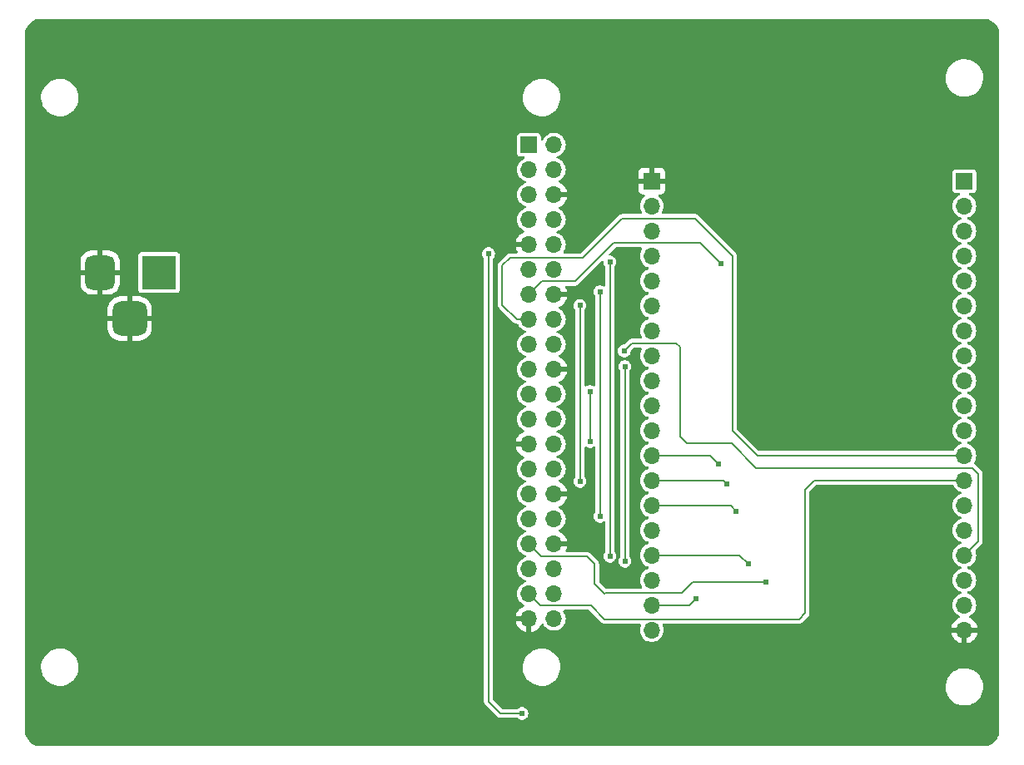
<source format=gbr>
G04 #@! TF.GenerationSoftware,KiCad,Pcbnew,7.0.8*
G04 #@! TF.CreationDate,2024-10-25T10:17:10+09:00*
G04 #@! TF.ProjectId,Juice connector board,4a756963-6520-4636-9f6e-6e6563746f72,rev?*
G04 #@! TF.SameCoordinates,Original*
G04 #@! TF.FileFunction,Copper,L2,Bot*
G04 #@! TF.FilePolarity,Positive*
%FSLAX46Y46*%
G04 Gerber Fmt 4.6, Leading zero omitted, Abs format (unit mm)*
G04 Created by KiCad (PCBNEW 7.0.8) date 2024-10-25 10:17:10*
%MOMM*%
%LPD*%
G01*
G04 APERTURE LIST*
G04 Aperture macros list*
%AMRoundRect*
0 Rectangle with rounded corners*
0 $1 Rounding radius*
0 $2 $3 $4 $5 $6 $7 $8 $9 X,Y pos of 4 corners*
0 Add a 4 corners polygon primitive as box body*
4,1,4,$2,$3,$4,$5,$6,$7,$8,$9,$2,$3,0*
0 Add four circle primitives for the rounded corners*
1,1,$1+$1,$2,$3*
1,1,$1+$1,$4,$5*
1,1,$1+$1,$6,$7*
1,1,$1+$1,$8,$9*
0 Add four rect primitives between the rounded corners*
20,1,$1+$1,$2,$3,$4,$5,0*
20,1,$1+$1,$4,$5,$6,$7,0*
20,1,$1+$1,$6,$7,$8,$9,0*
20,1,$1+$1,$8,$9,$2,$3,0*%
G04 Aperture macros list end*
G04 #@! TA.AperFunction,ComponentPad*
%ADD10R,1.700000X1.700000*%
G04 #@! TD*
G04 #@! TA.AperFunction,ComponentPad*
%ADD11O,1.700000X1.700000*%
G04 #@! TD*
G04 #@! TA.AperFunction,ComponentPad*
%ADD12R,3.500000X3.500000*%
G04 #@! TD*
G04 #@! TA.AperFunction,ComponentPad*
%ADD13RoundRect,0.750000X-0.750000X-1.000000X0.750000X-1.000000X0.750000X1.000000X-0.750000X1.000000X0*%
G04 #@! TD*
G04 #@! TA.AperFunction,ComponentPad*
%ADD14RoundRect,0.875000X-0.875000X-0.875000X0.875000X-0.875000X0.875000X0.875000X-0.875000X0.875000X0*%
G04 #@! TD*
G04 #@! TA.AperFunction,ViaPad*
%ADD15C,0.900000*%
G04 #@! TD*
G04 #@! TA.AperFunction,ViaPad*
%ADD16C,0.605000*%
G04 #@! TD*
G04 #@! TA.AperFunction,Conductor*
%ADD17C,0.200000*%
G04 #@! TD*
G04 APERTURE END LIST*
D10*
X196000000Y-82000000D03*
D11*
X196000000Y-84540000D03*
X196000000Y-87080000D03*
X196000000Y-89620000D03*
X196000000Y-92160000D03*
X196000000Y-94700000D03*
X196000000Y-97240000D03*
X196000000Y-99780000D03*
X196000000Y-102320000D03*
X196000000Y-104860000D03*
X196000000Y-107400000D03*
X196000000Y-109940000D03*
X196000000Y-112480000D03*
X196000000Y-115020000D03*
X196000000Y-117560000D03*
X196000000Y-120100000D03*
X196000000Y-122640000D03*
X196000000Y-125180000D03*
X196000000Y-127720000D03*
D10*
X164200000Y-82000000D03*
D11*
X164200000Y-84540000D03*
X164200000Y-87080000D03*
X164200000Y-89620000D03*
X164200000Y-92160000D03*
X164200000Y-94700000D03*
X164200000Y-97240000D03*
X164200000Y-99780000D03*
X164200000Y-102320000D03*
X164200000Y-104860000D03*
X164200000Y-107400000D03*
X164200000Y-109940000D03*
X164200000Y-112480000D03*
X164200000Y-115020000D03*
X164200000Y-117560000D03*
X164200000Y-120100000D03*
X164200000Y-122640000D03*
X164200000Y-125180000D03*
X164200000Y-127720000D03*
D10*
X151710000Y-78300000D03*
D11*
X154250000Y-78300000D03*
X151710000Y-80840000D03*
X154250000Y-80840000D03*
X151710000Y-83380000D03*
X154250000Y-83380000D03*
X151710000Y-85920000D03*
X154250000Y-85920000D03*
X151710000Y-88460000D03*
X154250000Y-88460000D03*
X151710000Y-91000000D03*
X154250000Y-91000000D03*
X151710000Y-93540000D03*
X154250000Y-93540000D03*
X151710000Y-96080000D03*
X154250000Y-96080000D03*
X151710000Y-98620000D03*
X154250000Y-98620000D03*
X151710000Y-101160000D03*
X154250000Y-101160000D03*
X151710000Y-103700000D03*
X154250000Y-103700000D03*
X151710000Y-106240000D03*
X154250000Y-106240000D03*
X151710000Y-108780000D03*
X154250000Y-108780000D03*
X151710000Y-111320000D03*
X154250000Y-111320000D03*
X151710000Y-113860000D03*
X154250000Y-113860000D03*
X151710000Y-116400000D03*
X154250000Y-116400000D03*
X151710000Y-118940000D03*
X154250000Y-118940000D03*
X151710000Y-121480000D03*
X154250000Y-121480000D03*
X151710000Y-124020000D03*
X154250000Y-124020000D03*
X151710000Y-126560000D03*
X154250000Y-126560000D03*
D12*
X114100000Y-91300000D03*
D13*
X108100000Y-91300000D03*
D14*
X111100000Y-96000000D03*
D15*
X149000000Y-126000000D03*
X157500000Y-83000000D03*
X157000000Y-118500000D03*
X157000000Y-114500000D03*
X115621000Y-108879000D03*
X111000000Y-113500000D03*
X149000000Y-108500000D03*
X149500000Y-88000000D03*
X157000000Y-93000000D03*
X108000000Y-82500000D03*
D16*
X174000000Y-121000000D03*
X168707000Y-124506000D03*
X171200000Y-90400000D03*
X161400000Y-99300000D03*
X172800000Y-115600000D03*
X171000000Y-110800000D03*
X171800000Y-112800000D03*
X157912000Y-108504000D03*
X157912000Y-103424000D03*
X156896000Y-94661000D03*
X156896000Y-112568000D03*
X158928000Y-93264000D03*
X158928000Y-116124000D03*
X175800000Y-122800000D03*
X159944000Y-90228000D03*
X159944000Y-120188000D03*
X161468000Y-120696000D03*
X161468000Y-100884000D03*
X151000000Y-136200000D03*
X147600000Y-89400000D03*
D17*
X164200000Y-120100000D02*
X173100000Y-120100000D01*
X173100000Y-120100000D02*
X174000000Y-121000000D01*
X168707000Y-124506000D02*
X168033000Y-125180000D01*
X168033000Y-125180000D02*
X164200000Y-125180000D01*
X153050000Y-92200000D02*
X156400000Y-92200000D01*
X151710000Y-93540000D02*
X153050000Y-92200000D01*
X160300000Y-88300000D02*
X169100000Y-88300000D01*
X169100000Y-88300000D02*
X171200000Y-90400000D01*
X156400000Y-92200000D02*
X160300000Y-88300000D01*
X168600000Y-85800000D02*
X161200000Y-85800000D01*
X149000000Y-90600000D02*
X149000000Y-94600000D01*
X196000000Y-109940000D02*
X174940000Y-109940000D01*
X172400000Y-89600000D02*
X168600000Y-85800000D01*
X174940000Y-109940000D02*
X172400000Y-107400000D01*
X149000000Y-94600000D02*
X150480000Y-96080000D01*
X150480000Y-96080000D02*
X151710000Y-96080000D01*
X157200000Y-89800000D02*
X149800000Y-89800000D01*
X172400000Y-107400000D02*
X172400000Y-89600000D01*
X149800000Y-89800000D02*
X149000000Y-90600000D01*
X161200000Y-85800000D02*
X157200000Y-89800000D01*
X161400000Y-99300000D02*
X162200000Y-98500000D01*
X167100000Y-98900000D02*
X167100000Y-108000000D01*
X162200000Y-98500000D02*
X166700000Y-98500000D01*
X166700000Y-98500000D02*
X167100000Y-98900000D01*
X172300000Y-108700000D02*
X174800000Y-111200000D01*
X174800000Y-111200000D02*
X196800000Y-111200000D01*
X167100000Y-108000000D02*
X167800000Y-108700000D01*
X167800000Y-108700000D02*
X172300000Y-108700000D01*
X197400000Y-111800000D02*
X197400000Y-118700000D01*
X196800000Y-111200000D02*
X197400000Y-111800000D01*
X197400000Y-118700000D02*
X196000000Y-120100000D01*
X172220000Y-115020000D02*
X172800000Y-115600000D01*
X164200000Y-115020000D02*
X172220000Y-115020000D01*
X164200000Y-109940000D02*
X170140000Y-109940000D01*
X170140000Y-109940000D02*
X171000000Y-110800000D01*
X171480000Y-112480000D02*
X171800000Y-112800000D01*
X164200000Y-112480000D02*
X171480000Y-112480000D01*
X157912000Y-108504000D02*
X157912000Y-103424000D01*
X156896000Y-94661000D02*
X156896000Y-112568000D01*
X158928000Y-93264000D02*
X158928000Y-116124000D01*
X157600000Y-120200000D02*
X158400000Y-121000000D01*
X152970000Y-120200000D02*
X157600000Y-120200000D01*
X159448900Y-123951100D02*
X167248900Y-123951100D01*
X158400000Y-123000000D02*
X159400000Y-124000000D01*
X168400000Y-122800000D02*
X175800000Y-122800000D01*
X159400000Y-124000000D02*
X159448900Y-123951100D01*
X151710000Y-118940000D02*
X152970000Y-120200000D01*
X158400000Y-121000000D02*
X158400000Y-123000000D01*
X167248900Y-123951100D02*
X168400000Y-122800000D01*
X159944000Y-120188000D02*
X159944000Y-90228000D01*
X161468000Y-120696000D02*
X161468000Y-100884000D01*
X164120000Y-99700000D02*
X164200000Y-99780000D01*
X180720000Y-112480000D02*
X179800000Y-113400000D01*
X196000000Y-112480000D02*
X180720000Y-112480000D01*
X158000000Y-125200000D02*
X159400000Y-126600000D01*
X179800000Y-113400000D02*
X179800000Y-126000000D01*
X179800000Y-126000000D02*
X179200000Y-126600000D01*
X152890000Y-125200000D02*
X158000000Y-125200000D01*
X159400000Y-126600000D02*
X179200000Y-126600000D01*
X151710000Y-124020000D02*
X152890000Y-125200000D01*
X147600000Y-135000000D02*
X147600000Y-89400000D01*
X148800000Y-136200000D02*
X147600000Y-135000000D01*
X151000000Y-136200000D02*
X148800000Y-136200000D01*
G04 #@! TA.AperFunction,Conductor*
G36*
X163167342Y-88770502D02*
G01*
X163213835Y-88824158D01*
X163223939Y-88894432D01*
X163199771Y-88952432D01*
X163174941Y-88985310D01*
X163174938Y-88985315D01*
X163075774Y-89184462D01*
X163075768Y-89184479D01*
X163014885Y-89398460D01*
X162994357Y-89620000D01*
X163014885Y-89841539D01*
X163075768Y-90055520D01*
X163075774Y-90055537D01*
X163174938Y-90254684D01*
X163174942Y-90254689D01*
X163309017Y-90432235D01*
X163473438Y-90582124D01*
X163473439Y-90582125D01*
X163662587Y-90699240D01*
X163662590Y-90699241D01*
X163662599Y-90699247D01*
X163745678Y-90731432D01*
X163851708Y-90772509D01*
X163908003Y-90815768D01*
X163931973Y-90882596D01*
X163916009Y-90951774D01*
X163865178Y-91001340D01*
X163851708Y-91007491D01*
X163662603Y-91080751D01*
X163662587Y-91080759D01*
X163473439Y-91197874D01*
X163473438Y-91197875D01*
X163309017Y-91347764D01*
X163174942Y-91525310D01*
X163174938Y-91525315D01*
X163075774Y-91724462D01*
X163075768Y-91724479D01*
X163014885Y-91938460D01*
X162994357Y-92160000D01*
X163014885Y-92381539D01*
X163075768Y-92595520D01*
X163075774Y-92595537D01*
X163174938Y-92794684D01*
X163174942Y-92794689D01*
X163309017Y-92972235D01*
X163473438Y-93122124D01*
X163473439Y-93122125D01*
X163662587Y-93239240D01*
X163662590Y-93239241D01*
X163662599Y-93239247D01*
X163726486Y-93263997D01*
X163851708Y-93312509D01*
X163908003Y-93355768D01*
X163931973Y-93422596D01*
X163916009Y-93491774D01*
X163865178Y-93541340D01*
X163851708Y-93547491D01*
X163662603Y-93620751D01*
X163662587Y-93620759D01*
X163473439Y-93737874D01*
X163473438Y-93737875D01*
X163309017Y-93887764D01*
X163174942Y-94065310D01*
X163174938Y-94065315D01*
X163075774Y-94264462D01*
X163075768Y-94264479D01*
X163014885Y-94478460D01*
X162994357Y-94700000D01*
X163014885Y-94921539D01*
X163075768Y-95135520D01*
X163075774Y-95135537D01*
X163174938Y-95334684D01*
X163174942Y-95334689D01*
X163309017Y-95512235D01*
X163473438Y-95662124D01*
X163473439Y-95662125D01*
X163662587Y-95779240D01*
X163662590Y-95779241D01*
X163662599Y-95779247D01*
X163745678Y-95811432D01*
X163851708Y-95852509D01*
X163908003Y-95895768D01*
X163931973Y-95962596D01*
X163916009Y-96031774D01*
X163865178Y-96081340D01*
X163851708Y-96087491D01*
X163662603Y-96160751D01*
X163662587Y-96160759D01*
X163473439Y-96277874D01*
X163473438Y-96277875D01*
X163309017Y-96427764D01*
X163174942Y-96605310D01*
X163174938Y-96605315D01*
X163075774Y-96804462D01*
X163075768Y-96804479D01*
X163014885Y-97018460D01*
X162994357Y-97240000D01*
X163014885Y-97461539D01*
X163075768Y-97675520D01*
X163075771Y-97675528D01*
X163171281Y-97867337D01*
X163183740Y-97937232D01*
X163156433Y-98002767D01*
X163098030Y-98043135D01*
X163058490Y-98049500D01*
X162228844Y-98049500D01*
X162221787Y-98049104D01*
X162182965Y-98044730D01*
X162182964Y-98044730D01*
X162182962Y-98044730D01*
X162124508Y-98055788D01*
X162065715Y-98064651D01*
X162057538Y-98067173D01*
X162049526Y-98069976D01*
X161996915Y-98097783D01*
X161943361Y-98123573D01*
X161936293Y-98128391D01*
X161929462Y-98133433D01*
X161887400Y-98175495D01*
X161843808Y-98215941D01*
X161837923Y-98223322D01*
X161837247Y-98222783D01*
X161827784Y-98235110D01*
X161452802Y-98610095D01*
X161390490Y-98644120D01*
X161363706Y-98647000D01*
X161320709Y-98647000D01*
X161166744Y-98684949D01*
X161166741Y-98684950D01*
X161026329Y-98758644D01*
X161026327Y-98758646D01*
X160907631Y-98863802D01*
X160817553Y-98994303D01*
X160817550Y-98994309D01*
X160761316Y-99142581D01*
X160742204Y-99299997D01*
X160742204Y-99300002D01*
X160761316Y-99457418D01*
X160817550Y-99605690D01*
X160817553Y-99605696D01*
X160907631Y-99736197D01*
X160907632Y-99736198D01*
X160907633Y-99736199D01*
X161026329Y-99841355D01*
X161166742Y-99915050D01*
X161320711Y-99953000D01*
X161320712Y-99953000D01*
X161479288Y-99953000D01*
X161479289Y-99953000D01*
X161633258Y-99915050D01*
X161773671Y-99841355D01*
X161892367Y-99736199D01*
X161982449Y-99605693D01*
X162038682Y-99457421D01*
X162038682Y-99457420D01*
X162038683Y-99457418D01*
X162055415Y-99319609D01*
X162083481Y-99254396D01*
X162091389Y-99245712D01*
X162349699Y-98987404D01*
X162412011Y-98953379D01*
X162438794Y-98950500D01*
X163069350Y-98950500D01*
X163137471Y-98970502D01*
X163183964Y-99024158D01*
X163194068Y-99094432D01*
X163177481Y-99140067D01*
X163177538Y-99140096D01*
X163177292Y-99140589D01*
X163176479Y-99142827D01*
X163174941Y-99145309D01*
X163075774Y-99344462D01*
X163075768Y-99344479D01*
X163014885Y-99558460D01*
X162994357Y-99780000D01*
X163014885Y-100001539D01*
X163075768Y-100215520D01*
X163075774Y-100215537D01*
X163174938Y-100414684D01*
X163174942Y-100414689D01*
X163309017Y-100592235D01*
X163473438Y-100742124D01*
X163473439Y-100742125D01*
X163662587Y-100859240D01*
X163662590Y-100859241D01*
X163662599Y-100859247D01*
X163726486Y-100883997D01*
X163851708Y-100932509D01*
X163908003Y-100975768D01*
X163931973Y-101042596D01*
X163916009Y-101111774D01*
X163865178Y-101161340D01*
X163851708Y-101167491D01*
X163662603Y-101240751D01*
X163662587Y-101240759D01*
X163473439Y-101357874D01*
X163473438Y-101357875D01*
X163309017Y-101507764D01*
X163174942Y-101685310D01*
X163174938Y-101685315D01*
X163075774Y-101884462D01*
X163075768Y-101884479D01*
X163014885Y-102098460D01*
X162994357Y-102320000D01*
X163014885Y-102541539D01*
X163075768Y-102755520D01*
X163075774Y-102755537D01*
X163174938Y-102954684D01*
X163174942Y-102954689D01*
X163309017Y-103132235D01*
X163473438Y-103282124D01*
X163473439Y-103282125D01*
X163662587Y-103399240D01*
X163662590Y-103399241D01*
X163662599Y-103399247D01*
X163745678Y-103431432D01*
X163851708Y-103472509D01*
X163908003Y-103515768D01*
X163931973Y-103582596D01*
X163916009Y-103651774D01*
X163865178Y-103701340D01*
X163851708Y-103707491D01*
X163662603Y-103780751D01*
X163662587Y-103780759D01*
X163473439Y-103897874D01*
X163473438Y-103897875D01*
X163309017Y-104047764D01*
X163174942Y-104225310D01*
X163174938Y-104225315D01*
X163075774Y-104424462D01*
X163075768Y-104424479D01*
X163014885Y-104638460D01*
X162994357Y-104860000D01*
X163014885Y-105081539D01*
X163075768Y-105295520D01*
X163075774Y-105295537D01*
X163174938Y-105494684D01*
X163174942Y-105494689D01*
X163309017Y-105672235D01*
X163473438Y-105822124D01*
X163473439Y-105822125D01*
X163662587Y-105939240D01*
X163662590Y-105939241D01*
X163662599Y-105939247D01*
X163745678Y-105971432D01*
X163851708Y-106012509D01*
X163908003Y-106055768D01*
X163931973Y-106122596D01*
X163916009Y-106191774D01*
X163865178Y-106241340D01*
X163851708Y-106247491D01*
X163662603Y-106320751D01*
X163662587Y-106320759D01*
X163473439Y-106437874D01*
X163473438Y-106437875D01*
X163309017Y-106587764D01*
X163174942Y-106765310D01*
X163174938Y-106765315D01*
X163075774Y-106964462D01*
X163075768Y-106964479D01*
X163014885Y-107178460D01*
X162994357Y-107400000D01*
X163014885Y-107621539D01*
X163075768Y-107835520D01*
X163075774Y-107835537D01*
X163174938Y-108034684D01*
X163174942Y-108034689D01*
X163309017Y-108212235D01*
X163473438Y-108362124D01*
X163473439Y-108362125D01*
X163662587Y-108479240D01*
X163662590Y-108479241D01*
X163662599Y-108479247D01*
X163751568Y-108513714D01*
X163851708Y-108552509D01*
X163908003Y-108595768D01*
X163931973Y-108662596D01*
X163916009Y-108731774D01*
X163865178Y-108781340D01*
X163851708Y-108787491D01*
X163662603Y-108860751D01*
X163662587Y-108860759D01*
X163473439Y-108977874D01*
X163473438Y-108977875D01*
X163309017Y-109127764D01*
X163174942Y-109305310D01*
X163174938Y-109305315D01*
X163075774Y-109504462D01*
X163075768Y-109504479D01*
X163014885Y-109718460D01*
X162994357Y-109940000D01*
X163014885Y-110161539D01*
X163075768Y-110375520D01*
X163075774Y-110375537D01*
X163174938Y-110574684D01*
X163174942Y-110574689D01*
X163309017Y-110752235D01*
X163473438Y-110902124D01*
X163473439Y-110902125D01*
X163662587Y-111019240D01*
X163662590Y-111019241D01*
X163662599Y-111019247D01*
X163745678Y-111051432D01*
X163851708Y-111092509D01*
X163908003Y-111135768D01*
X163931973Y-111202596D01*
X163916009Y-111271774D01*
X163865178Y-111321340D01*
X163851708Y-111327491D01*
X163662603Y-111400751D01*
X163662587Y-111400759D01*
X163473439Y-111517874D01*
X163473438Y-111517875D01*
X163309017Y-111667764D01*
X163174942Y-111845310D01*
X163174938Y-111845315D01*
X163075774Y-112044462D01*
X163075768Y-112044479D01*
X163014885Y-112258460D01*
X162994357Y-112480000D01*
X163014885Y-112701539D01*
X163075768Y-112915520D01*
X163075774Y-112915537D01*
X163174938Y-113114684D01*
X163174942Y-113114689D01*
X163309017Y-113292235D01*
X163473438Y-113442124D01*
X163473439Y-113442125D01*
X163662587Y-113559240D01*
X163662590Y-113559241D01*
X163662599Y-113559247D01*
X163751568Y-113593714D01*
X163851708Y-113632509D01*
X163908003Y-113675768D01*
X163931973Y-113742596D01*
X163916009Y-113811774D01*
X163865178Y-113861340D01*
X163851708Y-113867491D01*
X163662603Y-113940751D01*
X163662587Y-113940759D01*
X163473439Y-114057874D01*
X163473438Y-114057875D01*
X163309017Y-114207764D01*
X163174942Y-114385310D01*
X163174938Y-114385315D01*
X163075774Y-114584462D01*
X163075768Y-114584479D01*
X163014885Y-114798460D01*
X162994357Y-115020000D01*
X163014885Y-115241539D01*
X163075768Y-115455520D01*
X163075774Y-115455537D01*
X163174938Y-115654684D01*
X163174942Y-115654689D01*
X163309017Y-115832235D01*
X163473438Y-115982124D01*
X163473439Y-115982125D01*
X163662587Y-116099240D01*
X163662590Y-116099241D01*
X163662599Y-116099247D01*
X163726486Y-116123997D01*
X163851708Y-116172509D01*
X163908003Y-116215768D01*
X163931973Y-116282596D01*
X163916009Y-116351774D01*
X163865178Y-116401340D01*
X163851708Y-116407491D01*
X163662603Y-116480751D01*
X163662587Y-116480759D01*
X163473439Y-116597874D01*
X163473438Y-116597875D01*
X163309017Y-116747764D01*
X163174942Y-116925310D01*
X163174938Y-116925315D01*
X163075774Y-117124462D01*
X163075768Y-117124479D01*
X163014885Y-117338460D01*
X162994357Y-117560000D01*
X163014885Y-117781539D01*
X163075768Y-117995520D01*
X163075774Y-117995537D01*
X163174938Y-118194684D01*
X163174942Y-118194689D01*
X163309017Y-118372235D01*
X163473438Y-118522124D01*
X163473439Y-118522125D01*
X163662587Y-118639240D01*
X163662590Y-118639241D01*
X163662599Y-118639247D01*
X163751568Y-118673714D01*
X163851708Y-118712509D01*
X163908003Y-118755768D01*
X163931973Y-118822596D01*
X163916009Y-118891774D01*
X163865178Y-118941340D01*
X163851708Y-118947491D01*
X163662603Y-119020751D01*
X163662587Y-119020759D01*
X163473439Y-119137874D01*
X163473438Y-119137875D01*
X163309017Y-119287764D01*
X163174942Y-119465310D01*
X163174938Y-119465315D01*
X163075774Y-119664462D01*
X163075768Y-119664479D01*
X163014885Y-119878460D01*
X162994357Y-120100000D01*
X163014885Y-120321539D01*
X163075768Y-120535520D01*
X163075774Y-120535537D01*
X163174938Y-120734684D01*
X163174942Y-120734689D01*
X163309017Y-120912235D01*
X163473438Y-121062124D01*
X163473439Y-121062125D01*
X163662587Y-121179240D01*
X163662590Y-121179241D01*
X163662599Y-121179247D01*
X163751568Y-121213714D01*
X163851708Y-121252509D01*
X163908003Y-121295768D01*
X163931973Y-121362596D01*
X163916009Y-121431774D01*
X163865178Y-121481340D01*
X163851708Y-121487491D01*
X163662603Y-121560751D01*
X163662587Y-121560759D01*
X163473439Y-121677874D01*
X163473438Y-121677875D01*
X163309017Y-121827764D01*
X163174942Y-122005310D01*
X163174938Y-122005315D01*
X163075774Y-122204462D01*
X163075768Y-122204479D01*
X163014885Y-122418460D01*
X162994357Y-122640000D01*
X163014885Y-122861539D01*
X163075768Y-123075520D01*
X163075774Y-123075537D01*
X163174938Y-123274684D01*
X163174941Y-123274689D01*
X163193050Y-123298668D01*
X163218140Y-123365083D01*
X163203340Y-123434520D01*
X163153350Y-123484933D01*
X163092500Y-123500600D01*
X159589893Y-123500600D01*
X159521772Y-123480598D01*
X159500798Y-123463695D01*
X158887405Y-122850302D01*
X158853379Y-122787990D01*
X158850500Y-122761207D01*
X158850500Y-121028842D01*
X158850896Y-121021782D01*
X158851141Y-121019609D01*
X158855270Y-120982965D01*
X158848220Y-120945701D01*
X158844211Y-120924508D01*
X158835348Y-120865713D01*
X158832829Y-120857547D01*
X158830024Y-120849532D01*
X158830024Y-120849528D01*
X158802216Y-120796915D01*
X158776425Y-120743358D01*
X158776423Y-120743356D01*
X158771614Y-120736302D01*
X158766567Y-120729465D01*
X158766566Y-120729462D01*
X158724504Y-120687400D01*
X158684055Y-120643806D01*
X158684051Y-120643803D01*
X158676672Y-120637918D01*
X158677211Y-120637241D01*
X158664885Y-120627781D01*
X157938947Y-119901844D01*
X157934235Y-119896571D01*
X157909880Y-119866031D01*
X157909881Y-119866031D01*
X157860728Y-119832519D01*
X157812879Y-119797204D01*
X157805330Y-119793214D01*
X157797674Y-119789528D01*
X157740822Y-119771992D01*
X157684696Y-119752353D01*
X157676320Y-119750767D01*
X157667905Y-119749500D01*
X157667902Y-119749500D01*
X157608426Y-119749500D01*
X157548990Y-119747276D01*
X157548989Y-119747276D01*
X157539610Y-119748333D01*
X157539512Y-119747471D01*
X157524103Y-119749500D01*
X155570677Y-119749500D01*
X155502556Y-119729498D01*
X155456063Y-119675842D01*
X155445959Y-119605568D01*
X155455290Y-119572886D01*
X155538820Y-119382456D01*
X155538823Y-119382449D01*
X155586544Y-119194000D01*
X154681116Y-119194000D01*
X154709493Y-119149844D01*
X154750000Y-119011889D01*
X154750000Y-118868111D01*
X154709493Y-118730156D01*
X154681116Y-118686000D01*
X155586544Y-118686000D01*
X155586544Y-118685999D01*
X155538823Y-118497550D01*
X155538820Y-118497543D01*
X155448419Y-118291451D01*
X155325325Y-118103041D01*
X155172902Y-117937465D01*
X154995303Y-117799233D01*
X154799814Y-117693440D01*
X154749424Y-117643426D01*
X154734072Y-117574109D01*
X154758633Y-117507496D01*
X154793450Y-117475501D01*
X154976562Y-117362124D01*
X155140981Y-117212236D01*
X155275058Y-117034689D01*
X155275059Y-117034685D01*
X155275061Y-117034684D01*
X155374225Y-116835537D01*
X155374226Y-116835533D01*
X155374229Y-116835528D01*
X155435115Y-116621536D01*
X155455643Y-116400000D01*
X155435115Y-116178464D01*
X155382482Y-115993480D01*
X155374231Y-115964479D01*
X155374225Y-115964462D01*
X155275061Y-115765315D01*
X155275057Y-115765310D01*
X155140982Y-115587764D01*
X154976561Y-115437875D01*
X154976560Y-115437874D01*
X154793454Y-115324500D01*
X154746066Y-115271634D01*
X154734783Y-115201539D01*
X154763187Y-115136472D01*
X154799815Y-115106559D01*
X154995300Y-115000768D01*
X154995301Y-115000767D01*
X155172902Y-114862534D01*
X155325325Y-114696958D01*
X155448419Y-114508548D01*
X155538820Y-114302456D01*
X155538823Y-114302449D01*
X155586544Y-114114000D01*
X154681116Y-114114000D01*
X154709493Y-114069844D01*
X154750000Y-113931889D01*
X154750000Y-113788111D01*
X154709493Y-113650156D01*
X154681116Y-113606000D01*
X155586544Y-113606000D01*
X155586544Y-113605999D01*
X155538823Y-113417550D01*
X155538820Y-113417543D01*
X155448419Y-113211451D01*
X155325325Y-113023041D01*
X155172902Y-112857465D01*
X154995303Y-112719233D01*
X154799814Y-112613440D01*
X154749424Y-112563426D01*
X154734072Y-112494109D01*
X154758633Y-112427496D01*
X154793450Y-112395501D01*
X154976562Y-112282124D01*
X155140981Y-112132236D01*
X155141310Y-112131801D01*
X155203100Y-112049977D01*
X155275058Y-111954689D01*
X155275059Y-111954685D01*
X155275061Y-111954684D01*
X155374225Y-111755537D01*
X155374226Y-111755533D01*
X155374229Y-111755528D01*
X155435115Y-111541536D01*
X155455643Y-111320000D01*
X155435115Y-111098464D01*
X155374229Y-110884472D01*
X155374227Y-110884468D01*
X155374225Y-110884462D01*
X155275061Y-110685315D01*
X155275057Y-110685310D01*
X155140982Y-110507764D01*
X154976561Y-110357875D01*
X154976560Y-110357874D01*
X154787412Y-110240759D01*
X154787405Y-110240755D01*
X154787401Y-110240753D01*
X154660611Y-110191634D01*
X154598291Y-110167491D01*
X154541996Y-110124232D01*
X154518026Y-110057404D01*
X154533990Y-109988226D01*
X154584821Y-109938660D01*
X154598291Y-109932509D01*
X154635720Y-109918008D01*
X154787401Y-109859247D01*
X154976562Y-109742124D01*
X155140981Y-109592236D01*
X155275058Y-109414689D01*
X155275059Y-109414685D01*
X155275061Y-109414684D01*
X155374225Y-109215537D01*
X155374226Y-109215533D01*
X155374229Y-109215528D01*
X155435115Y-109001536D01*
X155455643Y-108780000D01*
X155435115Y-108558464D01*
X155374229Y-108344472D01*
X155374227Y-108344468D01*
X155374225Y-108344462D01*
X155275061Y-108145315D01*
X155275057Y-108145310D01*
X155272875Y-108142421D01*
X155238285Y-108096616D01*
X155140982Y-107967764D01*
X154976561Y-107817875D01*
X154976560Y-107817874D01*
X154787412Y-107700759D01*
X154787405Y-107700755D01*
X154787401Y-107700753D01*
X154787396Y-107700751D01*
X154598291Y-107627491D01*
X154541996Y-107584232D01*
X154518026Y-107517404D01*
X154533990Y-107448226D01*
X154584821Y-107398660D01*
X154598291Y-107392509D01*
X154644263Y-107374699D01*
X154787401Y-107319247D01*
X154976562Y-107202124D01*
X155140981Y-107052236D01*
X155275058Y-106874689D01*
X155275059Y-106874685D01*
X155275061Y-106874684D01*
X155374225Y-106675537D01*
X155374226Y-106675533D01*
X155374229Y-106675528D01*
X155435115Y-106461536D01*
X155455643Y-106240000D01*
X155435115Y-106018464D01*
X155374229Y-105804472D01*
X155374227Y-105804468D01*
X155374225Y-105804462D01*
X155275061Y-105605315D01*
X155275057Y-105605310D01*
X155140982Y-105427764D01*
X154976561Y-105277875D01*
X154976560Y-105277874D01*
X154787412Y-105160759D01*
X154787405Y-105160755D01*
X154787401Y-105160753D01*
X154787396Y-105160751D01*
X154598291Y-105087491D01*
X154541996Y-105044232D01*
X154518026Y-104977404D01*
X154533990Y-104908226D01*
X154584821Y-104858660D01*
X154598291Y-104852509D01*
X154635720Y-104838008D01*
X154787401Y-104779247D01*
X154976562Y-104662124D01*
X155140981Y-104512236D01*
X155275058Y-104334689D01*
X155275059Y-104334685D01*
X155275061Y-104334684D01*
X155374225Y-104135537D01*
X155374226Y-104135533D01*
X155374229Y-104135528D01*
X155435115Y-103921536D01*
X155455643Y-103700000D01*
X155435115Y-103478464D01*
X155374229Y-103264472D01*
X155374227Y-103264468D01*
X155374225Y-103264462D01*
X155275061Y-103065315D01*
X155275057Y-103065310D01*
X155140982Y-102887764D01*
X154976561Y-102737875D01*
X154976560Y-102737874D01*
X154793454Y-102624500D01*
X154746066Y-102571634D01*
X154734783Y-102501539D01*
X154763187Y-102436472D01*
X154799815Y-102406559D01*
X154995300Y-102300768D01*
X154995301Y-102300767D01*
X155172902Y-102162534D01*
X155325325Y-101996958D01*
X155448419Y-101808548D01*
X155538820Y-101602456D01*
X155538823Y-101602449D01*
X155586544Y-101414000D01*
X154681116Y-101414000D01*
X154709493Y-101369844D01*
X154750000Y-101231889D01*
X154750000Y-101088111D01*
X154709493Y-100950156D01*
X154681116Y-100906000D01*
X155586544Y-100906000D01*
X155586544Y-100905999D01*
X155538823Y-100717550D01*
X155538820Y-100717543D01*
X155448419Y-100511451D01*
X155325325Y-100323041D01*
X155172902Y-100157465D01*
X154995303Y-100019233D01*
X154799814Y-99913440D01*
X154749424Y-99863426D01*
X154734072Y-99794109D01*
X154758633Y-99727496D01*
X154793450Y-99695501D01*
X154976562Y-99582124D01*
X155140981Y-99432236D01*
X155275058Y-99254689D01*
X155275059Y-99254685D01*
X155275061Y-99254684D01*
X155374225Y-99055537D01*
X155374226Y-99055533D01*
X155374229Y-99055528D01*
X155435115Y-98841536D01*
X155455643Y-98620000D01*
X155435115Y-98398464D01*
X155374229Y-98184472D01*
X155374227Y-98184468D01*
X155374225Y-98184462D01*
X155275061Y-97985315D01*
X155275057Y-97985310D01*
X155140982Y-97807764D01*
X154976561Y-97657875D01*
X154976560Y-97657874D01*
X154787412Y-97540759D01*
X154787405Y-97540755D01*
X154787401Y-97540753D01*
X154787396Y-97540751D01*
X154598291Y-97467491D01*
X154541996Y-97424232D01*
X154518026Y-97357404D01*
X154533990Y-97288226D01*
X154584821Y-97238660D01*
X154598291Y-97232509D01*
X154635720Y-97218008D01*
X154787401Y-97159247D01*
X154976562Y-97042124D01*
X155140981Y-96892236D01*
X155275058Y-96714689D01*
X155275059Y-96714685D01*
X155275061Y-96714684D01*
X155374225Y-96515537D01*
X155374226Y-96515533D01*
X155374229Y-96515528D01*
X155435115Y-96301536D01*
X155455643Y-96080000D01*
X155435115Y-95858464D01*
X155374229Y-95644472D01*
X155374227Y-95644468D01*
X155374225Y-95644462D01*
X155275061Y-95445315D01*
X155275057Y-95445310D01*
X155140982Y-95267764D01*
X154976561Y-95117875D01*
X154976560Y-95117874D01*
X154793454Y-95004500D01*
X154746066Y-94951634D01*
X154734783Y-94881539D01*
X154763187Y-94816472D01*
X154799815Y-94786559D01*
X154995300Y-94680768D01*
X154995301Y-94680767D01*
X155172902Y-94542534D01*
X155325325Y-94376958D01*
X155448419Y-94188548D01*
X155538820Y-93982456D01*
X155538823Y-93982449D01*
X155586544Y-93794000D01*
X154681116Y-93794000D01*
X154709493Y-93749844D01*
X154750000Y-93611889D01*
X154750000Y-93468111D01*
X154709493Y-93330156D01*
X154681116Y-93286000D01*
X155586544Y-93286000D01*
X155586544Y-93285999D01*
X155538823Y-93097550D01*
X155538820Y-93097543D01*
X155448419Y-92891451D01*
X155418343Y-92845416D01*
X155397830Y-92777448D01*
X155417319Y-92709178D01*
X155470623Y-92662283D01*
X155523826Y-92650500D01*
X156371157Y-92650500D01*
X156378211Y-92650895D01*
X156417035Y-92655270D01*
X156417035Y-92655269D01*
X156417036Y-92655270D01*
X156417036Y-92655269D01*
X156442397Y-92650470D01*
X156475478Y-92644212D01*
X156506636Y-92639515D01*
X156534287Y-92635348D01*
X156534295Y-92635343D01*
X156542472Y-92632821D01*
X156550472Y-92630023D01*
X156603073Y-92602222D01*
X156620484Y-92593836D01*
X156656642Y-92576425D01*
X156656646Y-92576421D01*
X156663685Y-92571622D01*
X156670531Y-92566569D01*
X156670538Y-92566566D01*
X156712600Y-92524503D01*
X156756194Y-92484055D01*
X156756197Y-92484048D01*
X156762081Y-92476672D01*
X156762762Y-92477215D01*
X156772219Y-92464883D01*
X159073218Y-90163884D01*
X159135528Y-90129860D01*
X159206343Y-90134925D01*
X159263179Y-90177472D01*
X159287392Y-90237793D01*
X159305317Y-90385418D01*
X159305317Y-90385420D01*
X159305318Y-90385421D01*
X159333291Y-90459177D01*
X159361550Y-90533690D01*
X159361553Y-90533696D01*
X159451632Y-90664198D01*
X159456685Y-90669901D01*
X159455570Y-90670888D01*
X159488777Y-90723824D01*
X159493500Y-90757997D01*
X159493500Y-92614982D01*
X159473498Y-92683103D01*
X159419842Y-92729596D01*
X159349568Y-92739700D01*
X159309551Y-92724029D01*
X159308419Y-92726187D01*
X159301671Y-92722645D01*
X159161258Y-92648950D01*
X159161255Y-92648949D01*
X159007290Y-92611000D01*
X159007289Y-92611000D01*
X158848711Y-92611000D01*
X158848709Y-92611000D01*
X158694744Y-92648949D01*
X158694741Y-92648950D01*
X158554329Y-92722644D01*
X158554327Y-92722646D01*
X158435631Y-92827802D01*
X158345553Y-92958303D01*
X158345550Y-92958309D01*
X158289316Y-93106581D01*
X158270204Y-93263997D01*
X158270204Y-93264002D01*
X158289316Y-93421418D01*
X158345550Y-93569690D01*
X158345553Y-93569696D01*
X158435632Y-93700198D01*
X158440685Y-93705901D01*
X158439570Y-93706888D01*
X158472777Y-93759824D01*
X158477500Y-93793997D01*
X158477500Y-102774982D01*
X158457498Y-102843103D01*
X158403842Y-102889596D01*
X158333568Y-102899700D01*
X158293551Y-102884029D01*
X158292419Y-102886187D01*
X158285671Y-102882645D01*
X158145258Y-102808950D01*
X158145255Y-102808949D01*
X157991290Y-102771000D01*
X157991289Y-102771000D01*
X157832711Y-102771000D01*
X157832709Y-102771000D01*
X157678744Y-102808949D01*
X157678741Y-102808950D01*
X157636697Y-102831017D01*
X157538329Y-102882645D01*
X157538328Y-102882645D01*
X157531581Y-102886187D01*
X157530069Y-102883307D01*
X157476589Y-102900916D01*
X157407855Y-102883135D01*
X157359646Y-102831017D01*
X157346500Y-102774982D01*
X157346500Y-95190997D01*
X157366502Y-95122876D01*
X157383488Y-95103054D01*
X157383315Y-95102901D01*
X157388362Y-95097202D01*
X157388367Y-95097199D01*
X157478449Y-94966693D01*
X157534682Y-94818421D01*
X157534682Y-94818420D01*
X157534683Y-94818418D01*
X157553796Y-94661002D01*
X157553796Y-94660997D01*
X157534683Y-94503581D01*
X157514476Y-94450301D01*
X157478449Y-94355307D01*
X157388367Y-94224801D01*
X157269671Y-94119645D01*
X157269670Y-94119644D01*
X157129258Y-94045950D01*
X157129255Y-94045949D01*
X156975290Y-94008000D01*
X156975289Y-94008000D01*
X156816711Y-94008000D01*
X156816709Y-94008000D01*
X156662744Y-94045949D01*
X156662741Y-94045950D01*
X156522329Y-94119644D01*
X156522327Y-94119646D01*
X156403631Y-94224802D01*
X156313553Y-94355303D01*
X156313550Y-94355309D01*
X156257316Y-94503581D01*
X156238204Y-94660997D01*
X156238204Y-94661002D01*
X156257316Y-94818418D01*
X156296425Y-94921536D01*
X156311198Y-94960490D01*
X156313550Y-94966690D01*
X156313553Y-94966696D01*
X156403632Y-95097198D01*
X156408685Y-95102901D01*
X156407570Y-95103888D01*
X156440777Y-95156824D01*
X156445500Y-95190997D01*
X156445500Y-112038002D01*
X156425498Y-112106123D01*
X156408511Y-112125946D01*
X156408684Y-112126100D01*
X156403631Y-112131802D01*
X156313553Y-112262303D01*
X156313550Y-112262309D01*
X156257316Y-112410581D01*
X156238204Y-112567997D01*
X156238204Y-112568002D01*
X156257316Y-112725418D01*
X156313550Y-112873690D01*
X156313553Y-112873696D01*
X156403631Y-113004197D01*
X156403632Y-113004198D01*
X156403633Y-113004199D01*
X156522329Y-113109355D01*
X156662742Y-113183050D01*
X156816711Y-113221000D01*
X156816712Y-113221000D01*
X156975288Y-113221000D01*
X156975289Y-113221000D01*
X157129258Y-113183050D01*
X157269671Y-113109355D01*
X157388367Y-113004199D01*
X157478449Y-112873693D01*
X157534682Y-112725421D01*
X157534682Y-112725420D01*
X157534683Y-112725418D01*
X157553796Y-112568002D01*
X157553796Y-112567997D01*
X157534683Y-112410581D01*
X157521103Y-112374775D01*
X157478449Y-112262307D01*
X157398189Y-112146030D01*
X157388368Y-112131802D01*
X157383316Y-112126100D01*
X157384428Y-112125114D01*
X157351218Y-112072160D01*
X157346500Y-112038002D01*
X157346500Y-109153017D01*
X157366502Y-109084896D01*
X157420158Y-109038403D01*
X157490432Y-109028299D01*
X157530436Y-109043994D01*
X157531581Y-109041813D01*
X157538328Y-109045354D01*
X157538329Y-109045355D01*
X157678742Y-109119050D01*
X157832711Y-109157000D01*
X157832712Y-109157000D01*
X157991288Y-109157000D01*
X157991289Y-109157000D01*
X158145258Y-109119050D01*
X158285671Y-109045355D01*
X158285672Y-109045354D01*
X158292419Y-109041813D01*
X158293942Y-109044715D01*
X158347248Y-109027089D01*
X158416005Y-109044781D01*
X158464282Y-109096837D01*
X158477500Y-109153017D01*
X158477500Y-115594002D01*
X158457498Y-115662123D01*
X158440511Y-115681946D01*
X158440684Y-115682100D01*
X158435631Y-115687802D01*
X158345553Y-115818303D01*
X158345550Y-115818309D01*
X158289316Y-115966581D01*
X158270204Y-116123997D01*
X158270204Y-116124002D01*
X158289316Y-116281418D01*
X158345550Y-116429690D01*
X158345553Y-116429696D01*
X158435631Y-116560197D01*
X158435632Y-116560198D01*
X158435633Y-116560199D01*
X158554329Y-116665355D01*
X158694742Y-116739050D01*
X158848711Y-116777000D01*
X158848712Y-116777000D01*
X159007288Y-116777000D01*
X159007289Y-116777000D01*
X159161258Y-116739050D01*
X159301671Y-116665355D01*
X159301672Y-116665354D01*
X159308419Y-116661813D01*
X159309942Y-116664715D01*
X159363248Y-116647089D01*
X159432005Y-116664781D01*
X159480282Y-116716837D01*
X159493500Y-116773017D01*
X159493500Y-119658002D01*
X159473498Y-119726123D01*
X159456511Y-119745946D01*
X159456684Y-119746100D01*
X159451631Y-119751802D01*
X159361553Y-119882303D01*
X159361550Y-119882309D01*
X159305316Y-120030581D01*
X159286204Y-120187997D01*
X159286204Y-120188002D01*
X159305316Y-120345418D01*
X159361550Y-120493690D01*
X159361553Y-120493696D01*
X159451631Y-120624197D01*
X159451632Y-120624198D01*
X159451633Y-120624199D01*
X159570329Y-120729355D01*
X159710742Y-120803050D01*
X159864711Y-120841000D01*
X159864712Y-120841000D01*
X160023288Y-120841000D01*
X160023289Y-120841000D01*
X160177258Y-120803050D01*
X160317671Y-120729355D01*
X160355319Y-120696002D01*
X160810204Y-120696002D01*
X160829316Y-120853418D01*
X160885550Y-121001690D01*
X160885553Y-121001696D01*
X160975631Y-121132197D01*
X160975632Y-121132198D01*
X160975633Y-121132199D01*
X161094329Y-121237355D01*
X161234742Y-121311050D01*
X161388711Y-121349000D01*
X161388712Y-121349000D01*
X161547288Y-121349000D01*
X161547289Y-121349000D01*
X161701258Y-121311050D01*
X161841671Y-121237355D01*
X161960367Y-121132199D01*
X162050449Y-121001693D01*
X162106682Y-120853421D01*
X162106682Y-120853420D01*
X162106683Y-120853418D01*
X162125796Y-120696002D01*
X162125796Y-120695997D01*
X162106683Y-120538581D01*
X162076367Y-120458646D01*
X162050449Y-120390307D01*
X161973964Y-120279500D01*
X161960368Y-120259802D01*
X161955316Y-120254100D01*
X161956428Y-120253114D01*
X161923218Y-120200160D01*
X161918500Y-120166002D01*
X161918500Y-101413997D01*
X161938502Y-101345876D01*
X161955488Y-101326054D01*
X161955315Y-101325901D01*
X161960362Y-101320202D01*
X161960367Y-101320199D01*
X162050449Y-101189693D01*
X162106682Y-101041421D01*
X162106682Y-101041420D01*
X162106683Y-101041418D01*
X162125796Y-100884002D01*
X162125796Y-100883997D01*
X162106683Y-100726581D01*
X162083155Y-100664544D01*
X162050449Y-100578307D01*
X161960367Y-100447801D01*
X161841671Y-100342645D01*
X161841670Y-100342644D01*
X161701258Y-100268950D01*
X161701255Y-100268949D01*
X161547290Y-100231000D01*
X161547289Y-100231000D01*
X161388711Y-100231000D01*
X161388709Y-100231000D01*
X161234744Y-100268949D01*
X161234741Y-100268950D01*
X161094329Y-100342644D01*
X161094327Y-100342646D01*
X160975631Y-100447802D01*
X160885553Y-100578303D01*
X160885550Y-100578309D01*
X160829316Y-100726581D01*
X160810204Y-100883997D01*
X160810204Y-100884002D01*
X160829316Y-101041418D01*
X160885550Y-101189690D01*
X160885553Y-101189696D01*
X160975632Y-101320198D01*
X160980685Y-101325901D01*
X160979570Y-101326888D01*
X161012777Y-101379824D01*
X161017500Y-101413997D01*
X161017500Y-120166002D01*
X160997498Y-120234123D01*
X160980511Y-120253946D01*
X160980684Y-120254100D01*
X160975631Y-120259802D01*
X160885553Y-120390303D01*
X160885550Y-120390309D01*
X160829316Y-120538581D01*
X160810204Y-120695997D01*
X160810204Y-120696002D01*
X160355319Y-120696002D01*
X160436367Y-120624199D01*
X160526449Y-120493693D01*
X160582682Y-120345421D01*
X160582682Y-120345420D01*
X160582683Y-120345418D01*
X160601796Y-120188002D01*
X160601796Y-120187997D01*
X160582683Y-120030581D01*
X160569103Y-119994775D01*
X160526449Y-119882307D01*
X160465750Y-119794370D01*
X160436368Y-119751802D01*
X160431316Y-119746100D01*
X160432428Y-119745114D01*
X160399218Y-119692160D01*
X160394500Y-119658002D01*
X160394500Y-90757997D01*
X160414502Y-90689876D01*
X160431488Y-90670054D01*
X160431315Y-90669901D01*
X160436362Y-90664202D01*
X160436367Y-90664199D01*
X160526449Y-90533693D01*
X160582682Y-90385421D01*
X160582682Y-90385420D01*
X160582683Y-90385418D01*
X160601796Y-90228002D01*
X160601796Y-90227997D01*
X160582683Y-90070581D01*
X160569103Y-90034775D01*
X160526449Y-89922307D01*
X160470697Y-89841536D01*
X160436368Y-89791802D01*
X160317672Y-89686646D01*
X160317670Y-89686644D01*
X160177258Y-89612950D01*
X160177255Y-89612949D01*
X160023290Y-89575000D01*
X160023289Y-89575000D01*
X159966293Y-89575000D01*
X159898172Y-89554998D01*
X159851679Y-89501342D01*
X159841575Y-89431068D01*
X159871069Y-89366488D01*
X159877198Y-89359905D01*
X160449698Y-88787405D01*
X160512010Y-88753379D01*
X160538793Y-88750500D01*
X163099221Y-88750500D01*
X163167342Y-88770502D01*
G37*
G04 #@! TD.AperFunction*
G04 #@! TA.AperFunction,Conductor*
G36*
X198430305Y-65511100D02*
G01*
X198518685Y-65550876D01*
X198525425Y-65554413D01*
X198746202Y-65687879D01*
X198752458Y-65692197D01*
X198955540Y-65851302D01*
X198961230Y-65856343D01*
X199143655Y-66038768D01*
X199148697Y-66044459D01*
X199307802Y-66247541D01*
X199312123Y-66253800D01*
X199445589Y-66474579D01*
X199449125Y-66481316D01*
X199488899Y-66569691D01*
X199500000Y-66621402D01*
X199500000Y-138378594D01*
X199488899Y-138430306D01*
X199449123Y-138518686D01*
X199445584Y-138525429D01*
X199312128Y-138746191D01*
X199307802Y-138752458D01*
X199148697Y-138955540D01*
X199143648Y-138961239D01*
X198961239Y-139143648D01*
X198955540Y-139148697D01*
X198752458Y-139307802D01*
X198746191Y-139312128D01*
X198525429Y-139445584D01*
X198518686Y-139449123D01*
X198430306Y-139488899D01*
X198378594Y-139500000D01*
X101621406Y-139500000D01*
X101569694Y-139488900D01*
X101481313Y-139449123D01*
X101474571Y-139445584D01*
X101420297Y-139412774D01*
X101253800Y-139312123D01*
X101247541Y-139307802D01*
X101044459Y-139148697D01*
X101038768Y-139143655D01*
X100856343Y-138961230D01*
X100851302Y-138955540D01*
X100692194Y-138752454D01*
X100687879Y-138746202D01*
X100554413Y-138525425D01*
X100550876Y-138518685D01*
X100511100Y-138430305D01*
X100500000Y-138378594D01*
X100500000Y-131569596D01*
X102095687Y-131569596D01*
X102126114Y-131846128D01*
X102196480Y-132115278D01*
X102266924Y-132281046D01*
X102305284Y-132371314D01*
X102450208Y-132608781D01*
X102628163Y-132822617D01*
X102835357Y-133008263D01*
X103067373Y-133161763D01*
X103319267Y-133279846D01*
X103585669Y-133359995D01*
X103860895Y-133400499D01*
X103860898Y-133400500D01*
X103860901Y-133400500D01*
X104069465Y-133400500D01*
X104102315Y-133398095D01*
X104277455Y-133385277D01*
X104548997Y-133324788D01*
X104808838Y-133225408D01*
X105051440Y-133089253D01*
X105271632Y-132919226D01*
X105464722Y-132718951D01*
X105626593Y-132492696D01*
X105753797Y-132245283D01*
X105843621Y-131981986D01*
X105894152Y-131708416D01*
X105904313Y-131430404D01*
X105873886Y-131153876D01*
X105803520Y-130884724D01*
X105694716Y-130628686D01*
X105549792Y-130391219D01*
X105371837Y-130177383D01*
X105164643Y-129991737D01*
X104932627Y-129838237D01*
X104796860Y-129774592D01*
X104680734Y-129720154D01*
X104601263Y-129696244D01*
X104414331Y-129640005D01*
X104414326Y-129640004D01*
X104414322Y-129640003D01*
X104139103Y-129599500D01*
X104139099Y-129599500D01*
X103930537Y-129599500D01*
X103930535Y-129599500D01*
X103722541Y-129614723D01*
X103451009Y-129675210D01*
X103450997Y-129675214D01*
X103191161Y-129774592D01*
X102948559Y-129910747D01*
X102728366Y-130080775D01*
X102728365Y-130080776D01*
X102535280Y-130281046D01*
X102373404Y-130507307D01*
X102246204Y-130754714D01*
X102156377Y-131018020D01*
X102105847Y-131291587D01*
X102095687Y-131569596D01*
X100500000Y-131569596D01*
X100500000Y-95746000D01*
X108842000Y-95746000D01*
X109668884Y-95746000D01*
X109640507Y-95790156D01*
X109600000Y-95928111D01*
X109600000Y-96071889D01*
X109640507Y-96209844D01*
X109668884Y-96254000D01*
X108842001Y-96254000D01*
X108842001Y-96969127D01*
X108844810Y-97022034D01*
X108844810Y-97022036D01*
X108889514Y-97253181D01*
X108972635Y-97473436D01*
X109091785Y-97676478D01*
X109243535Y-97856464D01*
X109423521Y-98008214D01*
X109626564Y-98127364D01*
X109626563Y-98127364D01*
X109846818Y-98210485D01*
X110077963Y-98255189D01*
X110130870Y-98258000D01*
X110846000Y-98257999D01*
X110846000Y-96500000D01*
X111354000Y-96500000D01*
X111354000Y-98257999D01*
X112069127Y-98257999D01*
X112122034Y-98255189D01*
X112122036Y-98255189D01*
X112353181Y-98210485D01*
X112573436Y-98127364D01*
X112776478Y-98008214D01*
X112956464Y-97856464D01*
X113108214Y-97676478D01*
X113227364Y-97473436D01*
X113310485Y-97253181D01*
X113355189Y-97022036D01*
X113358000Y-96969130D01*
X113358000Y-96254000D01*
X112531116Y-96254000D01*
X112559493Y-96209844D01*
X112600000Y-96071889D01*
X112600000Y-95928111D01*
X112559493Y-95790156D01*
X112531116Y-95746000D01*
X113357999Y-95746000D01*
X113357999Y-95030873D01*
X113355189Y-94977965D01*
X113355189Y-94977963D01*
X113310485Y-94746818D01*
X113227364Y-94526563D01*
X113108214Y-94323521D01*
X112956464Y-94143535D01*
X112776478Y-93991785D01*
X112573435Y-93872635D01*
X112573436Y-93872635D01*
X112353181Y-93789514D01*
X112122036Y-93744810D01*
X112069130Y-93742000D01*
X111354000Y-93742000D01*
X111354000Y-95500000D01*
X110846000Y-95500000D01*
X110846000Y-93742000D01*
X110130873Y-93742001D01*
X110077965Y-93744810D01*
X110077963Y-93744810D01*
X109846818Y-93789514D01*
X109626563Y-93872635D01*
X109423521Y-93991785D01*
X109243535Y-94143535D01*
X109091785Y-94323521D01*
X108972635Y-94526563D01*
X108889514Y-94746818D01*
X108844810Y-94977963D01*
X108842000Y-95030870D01*
X108842000Y-95746000D01*
X100500000Y-95746000D01*
X100500000Y-92364613D01*
X106092000Y-92364613D01*
X106102467Y-92497593D01*
X106157794Y-92717167D01*
X106157797Y-92717176D01*
X106251441Y-92923340D01*
X106251444Y-92923346D01*
X106380394Y-93109473D01*
X106380408Y-93109490D01*
X106540509Y-93269591D01*
X106540526Y-93269605D01*
X106726653Y-93398555D01*
X106726659Y-93398558D01*
X106932823Y-93492202D01*
X106932832Y-93492205D01*
X107152406Y-93547532D01*
X107285387Y-93558000D01*
X107846000Y-93558000D01*
X107846000Y-92731115D01*
X107890156Y-92759493D01*
X108028111Y-92800000D01*
X108171889Y-92800000D01*
X108309844Y-92759493D01*
X108354000Y-92731115D01*
X108354000Y-93558000D01*
X108914613Y-93558000D01*
X109047593Y-93547532D01*
X109267167Y-93492205D01*
X109267176Y-93492202D01*
X109473340Y-93398558D01*
X109473346Y-93398555D01*
X109659473Y-93269605D01*
X109659490Y-93269591D01*
X109819591Y-93109490D01*
X109819605Y-93109473D01*
X109837765Y-93083261D01*
X111999500Y-93083261D01*
X112009427Y-93151394D01*
X112060801Y-93256482D01*
X112060803Y-93256485D01*
X112143514Y-93339196D01*
X112143517Y-93339198D01*
X112248607Y-93390573D01*
X112316740Y-93400500D01*
X112316745Y-93400500D01*
X115883255Y-93400500D01*
X115883260Y-93400500D01*
X115951393Y-93390573D01*
X116056483Y-93339198D01*
X116139198Y-93256483D01*
X116190573Y-93151393D01*
X116200500Y-93083260D01*
X116200500Y-89516740D01*
X116190573Y-89448607D01*
X116166812Y-89400002D01*
X146942204Y-89400002D01*
X146961316Y-89557418D01*
X147017550Y-89705690D01*
X147017553Y-89705696D01*
X147107632Y-89836198D01*
X147112685Y-89841901D01*
X147111570Y-89842888D01*
X147144777Y-89895824D01*
X147149500Y-89929997D01*
X147149500Y-134971156D01*
X147149104Y-134978215D01*
X147144730Y-135017036D01*
X147155788Y-135075478D01*
X147164653Y-135134291D01*
X147167160Y-135142421D01*
X147169978Y-135150474D01*
X147197776Y-135203072D01*
X147223575Y-135256643D01*
X147228386Y-135263699D01*
X147233435Y-135270540D01*
X147275495Y-135312599D01*
X147315945Y-135356194D01*
X147315946Y-135356195D01*
X147323329Y-135362082D01*
X147322788Y-135362760D01*
X147335117Y-135372221D01*
X148461056Y-136498159D01*
X148465758Y-136503421D01*
X148490119Y-136533968D01*
X148490121Y-136533970D01*
X148539271Y-136567480D01*
X148587118Y-136602793D01*
X148587121Y-136602794D01*
X148594669Y-136606783D01*
X148602322Y-136610468D01*
X148602327Y-136610472D01*
X148640223Y-136622161D01*
X148659171Y-136628006D01*
X148682586Y-136636199D01*
X148715300Y-136647646D01*
X148715304Y-136647646D01*
X148723677Y-136649230D01*
X148732096Y-136650499D01*
X148732098Y-136650500D01*
X148732100Y-136650500D01*
X148791573Y-136650500D01*
X148851010Y-136652724D01*
X148851015Y-136652722D01*
X148860390Y-136651667D01*
X148860487Y-136652528D01*
X148875897Y-136650500D01*
X150475990Y-136650500D01*
X150544111Y-136670502D01*
X150559539Y-136682184D01*
X150626329Y-136741355D01*
X150766742Y-136815050D01*
X150920711Y-136853000D01*
X150920712Y-136853000D01*
X151079288Y-136853000D01*
X151079289Y-136853000D01*
X151233258Y-136815050D01*
X151373671Y-136741355D01*
X151492367Y-136636199D01*
X151582449Y-136505693D01*
X151638682Y-136357421D01*
X151638682Y-136357420D01*
X151638683Y-136357418D01*
X151657796Y-136200002D01*
X151657796Y-136199997D01*
X151638683Y-136042581D01*
X151625103Y-136006775D01*
X151582449Y-135894307D01*
X151492367Y-135763801D01*
X151373671Y-135658645D01*
X151373670Y-135658644D01*
X151233258Y-135584950D01*
X151233255Y-135584949D01*
X151079290Y-135547000D01*
X151079289Y-135547000D01*
X150920711Y-135547000D01*
X150920709Y-135547000D01*
X150766744Y-135584949D01*
X150766741Y-135584950D01*
X150626329Y-135658644D01*
X150626327Y-135658646D01*
X150588701Y-135691979D01*
X150559542Y-135717812D01*
X150495291Y-135748013D01*
X150475990Y-135749500D01*
X149038793Y-135749500D01*
X148970672Y-135729498D01*
X148949698Y-135712595D01*
X148087405Y-134850302D01*
X148053379Y-134787990D01*
X148050500Y-134761207D01*
X148050500Y-133569596D01*
X194095687Y-133569596D01*
X194126114Y-133846128D01*
X194196480Y-134115278D01*
X194269016Y-134285968D01*
X194305284Y-134371314D01*
X194450208Y-134608781D01*
X194628163Y-134822617D01*
X194835357Y-135008263D01*
X195067373Y-135161763D01*
X195319267Y-135279846D01*
X195585669Y-135359995D01*
X195860895Y-135400499D01*
X195860898Y-135400500D01*
X195860901Y-135400500D01*
X196069465Y-135400500D01*
X196102315Y-135398095D01*
X196277455Y-135385277D01*
X196548997Y-135324788D01*
X196808838Y-135225408D01*
X197051440Y-135089253D01*
X197271632Y-134919226D01*
X197464722Y-134718951D01*
X197626593Y-134492696D01*
X197753797Y-134245283D01*
X197843621Y-133981986D01*
X197894152Y-133708416D01*
X197904313Y-133430404D01*
X197873886Y-133153876D01*
X197803520Y-132884724D01*
X197694716Y-132628686D01*
X197549792Y-132391219D01*
X197371837Y-132177383D01*
X197164643Y-131991737D01*
X196932627Y-131838237D01*
X196796860Y-131774592D01*
X196680734Y-131720154D01*
X196601263Y-131696244D01*
X196414331Y-131640005D01*
X196414326Y-131640004D01*
X196414322Y-131640003D01*
X196139103Y-131599500D01*
X196139099Y-131599500D01*
X195930537Y-131599500D01*
X195930535Y-131599500D01*
X195722541Y-131614723D01*
X195451009Y-131675210D01*
X195450997Y-131675214D01*
X195191161Y-131774592D01*
X194948559Y-131910747D01*
X194728366Y-132080775D01*
X194728365Y-132080776D01*
X194535280Y-132281046D01*
X194373404Y-132507307D01*
X194246204Y-132754714D01*
X194156377Y-133018020D01*
X194105847Y-133291587D01*
X194095687Y-133569596D01*
X148050500Y-133569596D01*
X148050500Y-131569596D01*
X151095687Y-131569596D01*
X151126114Y-131846128D01*
X151196480Y-132115278D01*
X151266924Y-132281046D01*
X151305284Y-132371314D01*
X151450208Y-132608781D01*
X151628163Y-132822617D01*
X151835357Y-133008263D01*
X152067373Y-133161763D01*
X152319267Y-133279846D01*
X152585669Y-133359995D01*
X152860895Y-133400499D01*
X152860898Y-133400500D01*
X152860901Y-133400500D01*
X153069465Y-133400500D01*
X153102315Y-133398095D01*
X153277455Y-133385277D01*
X153548997Y-133324788D01*
X153808838Y-133225408D01*
X154051440Y-133089253D01*
X154271632Y-132919226D01*
X154464722Y-132718951D01*
X154626593Y-132492696D01*
X154753797Y-132245283D01*
X154843621Y-131981986D01*
X154894152Y-131708416D01*
X154904313Y-131430404D01*
X154873886Y-131153876D01*
X154803520Y-130884724D01*
X154694716Y-130628686D01*
X154549792Y-130391219D01*
X154371837Y-130177383D01*
X154164643Y-129991737D01*
X153932627Y-129838237D01*
X153796860Y-129774592D01*
X153680734Y-129720154D01*
X153601263Y-129696244D01*
X153414331Y-129640005D01*
X153414326Y-129640004D01*
X153414322Y-129640003D01*
X153139103Y-129599500D01*
X153139099Y-129599500D01*
X152930537Y-129599500D01*
X152930535Y-129599500D01*
X152722541Y-129614723D01*
X152451009Y-129675210D01*
X152450997Y-129675214D01*
X152191161Y-129774592D01*
X151948559Y-129910747D01*
X151728366Y-130080775D01*
X151728365Y-130080776D01*
X151535280Y-130281046D01*
X151373404Y-130507307D01*
X151246204Y-130754714D01*
X151156377Y-131018020D01*
X151105847Y-131291587D01*
X151095687Y-131569596D01*
X148050500Y-131569596D01*
X148050500Y-94617036D01*
X148544730Y-94617036D01*
X148545149Y-94619248D01*
X148555788Y-94675479D01*
X148559426Y-94699618D01*
X148564653Y-94734291D01*
X148567160Y-94742421D01*
X148569978Y-94750474D01*
X148597776Y-94803072D01*
X148623575Y-94856643D01*
X148628386Y-94863699D01*
X148633435Y-94870540D01*
X148675495Y-94912599D01*
X148682716Y-94920382D01*
X148715945Y-94956194D01*
X148715946Y-94956195D01*
X148723329Y-94962082D01*
X148722788Y-94962760D01*
X148735117Y-94972221D01*
X150141056Y-96378159D01*
X150145758Y-96383421D01*
X150170119Y-96413968D01*
X150170125Y-96413973D01*
X150190353Y-96427764D01*
X150219271Y-96447480D01*
X150267118Y-96482793D01*
X150267121Y-96482794D01*
X150274660Y-96486779D01*
X150282324Y-96490470D01*
X150282327Y-96490472D01*
X150339177Y-96508007D01*
X150395301Y-96527646D01*
X150395307Y-96527646D01*
X150403715Y-96529237D01*
X150412094Y-96530500D01*
X150412098Y-96530500D01*
X150471573Y-96530500D01*
X150474083Y-96530593D01*
X150520795Y-96532341D01*
X150588118Y-96554875D01*
X150628873Y-96602090D01*
X150684938Y-96714684D01*
X150684942Y-96714689D01*
X150819017Y-96892235D01*
X150983438Y-97042124D01*
X150983439Y-97042125D01*
X151172587Y-97159240D01*
X151172590Y-97159241D01*
X151172599Y-97159247D01*
X151261568Y-97193714D01*
X151361708Y-97232509D01*
X151418003Y-97275768D01*
X151441973Y-97342596D01*
X151426009Y-97411774D01*
X151375178Y-97461340D01*
X151361708Y-97467491D01*
X151172603Y-97540751D01*
X151172587Y-97540759D01*
X150983439Y-97657874D01*
X150983438Y-97657875D01*
X150819017Y-97807764D01*
X150684942Y-97985310D01*
X150684938Y-97985315D01*
X150585774Y-98184462D01*
X150585768Y-98184479D01*
X150524885Y-98398460D01*
X150504357Y-98620000D01*
X150524885Y-98841539D01*
X150585768Y-99055520D01*
X150585774Y-99055537D01*
X150684938Y-99254684D01*
X150684942Y-99254689D01*
X150819017Y-99432235D01*
X150983438Y-99582124D01*
X150983439Y-99582125D01*
X151172587Y-99699240D01*
X151172590Y-99699241D01*
X151172599Y-99699247D01*
X151245518Y-99727496D01*
X151361708Y-99772509D01*
X151418003Y-99815768D01*
X151441973Y-99882596D01*
X151426009Y-99951774D01*
X151375178Y-100001340D01*
X151361708Y-100007491D01*
X151172603Y-100080751D01*
X151172587Y-100080759D01*
X150983439Y-100197874D01*
X150983438Y-100197875D01*
X150819017Y-100347764D01*
X150684942Y-100525310D01*
X150684938Y-100525315D01*
X150585774Y-100724462D01*
X150585768Y-100724479D01*
X150524885Y-100938460D01*
X150504357Y-101160000D01*
X150524885Y-101381539D01*
X150585768Y-101595520D01*
X150585774Y-101595537D01*
X150684938Y-101794684D01*
X150684942Y-101794689D01*
X150819017Y-101972235D01*
X150983438Y-102122124D01*
X150983439Y-102122125D01*
X151172587Y-102239240D01*
X151172590Y-102239241D01*
X151172599Y-102239247D01*
X151261568Y-102273714D01*
X151361708Y-102312509D01*
X151418003Y-102355768D01*
X151441973Y-102422596D01*
X151426009Y-102491774D01*
X151375178Y-102541340D01*
X151361708Y-102547491D01*
X151172603Y-102620751D01*
X151172587Y-102620759D01*
X150983439Y-102737874D01*
X150983438Y-102737875D01*
X150819017Y-102887764D01*
X150684942Y-103065310D01*
X150684938Y-103065315D01*
X150585774Y-103264462D01*
X150585768Y-103264479D01*
X150524885Y-103478460D01*
X150504357Y-103700000D01*
X150524885Y-103921539D01*
X150585768Y-104135520D01*
X150585774Y-104135537D01*
X150684938Y-104334684D01*
X150684942Y-104334689D01*
X150819017Y-104512235D01*
X150983438Y-104662124D01*
X150983439Y-104662125D01*
X151172587Y-104779240D01*
X151172590Y-104779241D01*
X151172599Y-104779247D01*
X151261568Y-104813714D01*
X151361708Y-104852509D01*
X151418003Y-104895768D01*
X151441973Y-104962596D01*
X151426009Y-105031774D01*
X151375178Y-105081340D01*
X151361708Y-105087491D01*
X151172603Y-105160751D01*
X151172587Y-105160759D01*
X150983439Y-105277874D01*
X150983438Y-105277875D01*
X150819017Y-105427764D01*
X150684942Y-105605310D01*
X150684938Y-105605315D01*
X150585774Y-105804462D01*
X150585768Y-105804479D01*
X150524885Y-106018460D01*
X150504357Y-106240000D01*
X150524885Y-106461539D01*
X150585768Y-106675520D01*
X150585774Y-106675537D01*
X150684938Y-106874684D01*
X150684942Y-106874689D01*
X150819017Y-107052235D01*
X150983435Y-107202122D01*
X150983437Y-107202123D01*
X150983438Y-107202124D01*
X151166546Y-107315499D01*
X151213933Y-107368365D01*
X151225216Y-107438460D01*
X151196812Y-107503527D01*
X151160185Y-107533439D01*
X150964704Y-107639228D01*
X150964698Y-107639232D01*
X150787097Y-107777465D01*
X150634674Y-107943041D01*
X150511580Y-108131451D01*
X150421179Y-108337543D01*
X150421176Y-108337550D01*
X150373455Y-108525999D01*
X150373456Y-108526000D01*
X151278884Y-108526000D01*
X151250507Y-108570156D01*
X151210000Y-108708111D01*
X151210000Y-108851889D01*
X151250507Y-108989844D01*
X151278884Y-109034000D01*
X150373455Y-109034000D01*
X150421176Y-109222449D01*
X150421179Y-109222456D01*
X150511580Y-109428548D01*
X150634674Y-109616958D01*
X150787097Y-109782534D01*
X150964698Y-109920767D01*
X150964699Y-109920768D01*
X151160184Y-110026559D01*
X151210575Y-110076573D01*
X151225927Y-110145889D01*
X151201366Y-110212502D01*
X151166546Y-110244500D01*
X150983436Y-110357876D01*
X150819017Y-110507764D01*
X150684942Y-110685310D01*
X150684938Y-110685315D01*
X150585774Y-110884462D01*
X150585768Y-110884479D01*
X150524885Y-111098460D01*
X150504357Y-111320000D01*
X150524885Y-111541539D01*
X150585768Y-111755520D01*
X150585774Y-111755537D01*
X150684938Y-111954684D01*
X150684942Y-111954689D01*
X150819017Y-112132235D01*
X150983438Y-112282124D01*
X150983439Y-112282125D01*
X151172587Y-112399240D01*
X151172590Y-112399241D01*
X151172599Y-112399247D01*
X151245518Y-112427496D01*
X151361708Y-112472509D01*
X151418003Y-112515768D01*
X151441973Y-112582596D01*
X151426009Y-112651774D01*
X151375178Y-112701340D01*
X151361708Y-112707491D01*
X151172603Y-112780751D01*
X151172587Y-112780759D01*
X150983439Y-112897874D01*
X150983438Y-112897875D01*
X150819017Y-113047764D01*
X150684942Y-113225310D01*
X150684938Y-113225315D01*
X150585774Y-113424462D01*
X150585768Y-113424479D01*
X150524885Y-113638460D01*
X150504357Y-113860000D01*
X150524885Y-114081539D01*
X150585768Y-114295520D01*
X150585774Y-114295537D01*
X150684938Y-114494684D01*
X150684942Y-114494689D01*
X150819017Y-114672235D01*
X150983438Y-114822124D01*
X150983439Y-114822125D01*
X151172587Y-114939240D01*
X151172590Y-114939241D01*
X151172599Y-114939247D01*
X151261568Y-114973714D01*
X151361708Y-115012509D01*
X151418003Y-115055768D01*
X151441973Y-115122596D01*
X151426009Y-115191774D01*
X151375178Y-115241340D01*
X151361708Y-115247491D01*
X151172603Y-115320751D01*
X151172587Y-115320759D01*
X150983439Y-115437874D01*
X150983438Y-115437875D01*
X150819017Y-115587764D01*
X150684942Y-115765310D01*
X150684938Y-115765315D01*
X150585774Y-115964462D01*
X150585768Y-115964479D01*
X150524885Y-116178460D01*
X150504357Y-116400000D01*
X150524885Y-116621539D01*
X150585768Y-116835520D01*
X150585774Y-116835537D01*
X150684938Y-117034684D01*
X150684942Y-117034689D01*
X150819017Y-117212235D01*
X150983438Y-117362124D01*
X150983439Y-117362125D01*
X151172587Y-117479240D01*
X151172590Y-117479241D01*
X151172599Y-117479247D01*
X151245518Y-117507496D01*
X151361708Y-117552509D01*
X151418003Y-117595768D01*
X151441973Y-117662596D01*
X151426009Y-117731774D01*
X151375178Y-117781340D01*
X151361708Y-117787491D01*
X151172603Y-117860751D01*
X151172587Y-117860759D01*
X150983439Y-117977874D01*
X150983438Y-117977875D01*
X150819017Y-118127764D01*
X150684942Y-118305310D01*
X150684938Y-118305315D01*
X150585774Y-118504462D01*
X150585768Y-118504479D01*
X150524885Y-118718460D01*
X150504357Y-118940000D01*
X150524885Y-119161539D01*
X150585768Y-119375520D01*
X150585774Y-119375537D01*
X150684938Y-119574684D01*
X150684942Y-119574689D01*
X150819017Y-119752235D01*
X150983438Y-119902124D01*
X150983439Y-119902125D01*
X151172587Y-120019240D01*
X151172590Y-120019241D01*
X151172599Y-120019247D01*
X151261568Y-120053714D01*
X151361708Y-120092509D01*
X151418003Y-120135768D01*
X151441973Y-120202596D01*
X151426009Y-120271774D01*
X151375178Y-120321340D01*
X151361708Y-120327491D01*
X151172603Y-120400751D01*
X151172587Y-120400759D01*
X150983439Y-120517874D01*
X150983438Y-120517875D01*
X150819017Y-120667764D01*
X150684942Y-120845310D01*
X150684938Y-120845315D01*
X150585774Y-121044462D01*
X150585768Y-121044479D01*
X150524885Y-121258460D01*
X150504357Y-121480000D01*
X150524885Y-121701539D01*
X150585768Y-121915520D01*
X150585774Y-121915537D01*
X150684938Y-122114684D01*
X150684942Y-122114689D01*
X150819017Y-122292235D01*
X150983438Y-122442124D01*
X150983439Y-122442125D01*
X151172587Y-122559240D01*
X151172590Y-122559241D01*
X151172599Y-122559247D01*
X151261568Y-122593714D01*
X151361708Y-122632509D01*
X151418003Y-122675768D01*
X151441973Y-122742596D01*
X151426009Y-122811774D01*
X151375178Y-122861340D01*
X151361708Y-122867491D01*
X151172603Y-122940751D01*
X151172587Y-122940759D01*
X150983439Y-123057874D01*
X150983438Y-123057875D01*
X150819017Y-123207764D01*
X150684942Y-123385310D01*
X150684938Y-123385315D01*
X150585774Y-123584462D01*
X150585768Y-123584479D01*
X150524885Y-123798460D01*
X150504357Y-124020000D01*
X150524885Y-124241539D01*
X150585768Y-124455520D01*
X150585774Y-124455537D01*
X150684938Y-124654684D01*
X150684942Y-124654689D01*
X150819017Y-124832235D01*
X150983435Y-124982122D01*
X150983437Y-124982123D01*
X150983438Y-124982124D01*
X151166546Y-125095499D01*
X151213933Y-125148365D01*
X151225216Y-125218460D01*
X151196812Y-125283527D01*
X151160185Y-125313439D01*
X150964704Y-125419228D01*
X150964698Y-125419232D01*
X150787097Y-125557465D01*
X150634674Y-125723041D01*
X150511580Y-125911451D01*
X150421179Y-126117543D01*
X150421176Y-126117550D01*
X150373455Y-126305999D01*
X150373456Y-126306000D01*
X151278884Y-126306000D01*
X151250507Y-126350156D01*
X151210000Y-126488111D01*
X151210000Y-126631889D01*
X151250507Y-126769844D01*
X151278884Y-126814000D01*
X150373455Y-126814000D01*
X150421176Y-127002449D01*
X150421179Y-127002456D01*
X150511580Y-127208548D01*
X150634674Y-127396958D01*
X150787097Y-127562534D01*
X150964698Y-127700767D01*
X150964699Y-127700768D01*
X151162628Y-127807882D01*
X151162630Y-127807883D01*
X151375483Y-127880955D01*
X151375492Y-127880957D01*
X151456000Y-127894391D01*
X151456000Y-126993674D01*
X151567685Y-127044680D01*
X151674237Y-127060000D01*
X151745763Y-127060000D01*
X151852315Y-127044680D01*
X151964000Y-126993674D01*
X151964000Y-127894390D01*
X152044507Y-127880957D01*
X152044516Y-127880955D01*
X152257369Y-127807883D01*
X152257371Y-127807882D01*
X152455300Y-127700768D01*
X152455301Y-127700767D01*
X152632902Y-127562534D01*
X152785325Y-127396958D01*
X152908419Y-127208548D01*
X152951733Y-127109804D01*
X152997414Y-127055456D01*
X153065226Y-127034432D01*
X153133640Y-127053408D01*
X153179910Y-127104255D01*
X153224938Y-127194684D01*
X153224942Y-127194689D01*
X153359017Y-127372235D01*
X153523438Y-127522124D01*
X153523439Y-127522125D01*
X153712587Y-127639240D01*
X153712590Y-127639241D01*
X153712599Y-127639247D01*
X153802989Y-127674264D01*
X153920053Y-127719616D01*
X153920056Y-127719616D01*
X153920060Y-127719618D01*
X154138757Y-127760500D01*
X154138760Y-127760500D01*
X154361240Y-127760500D01*
X154361243Y-127760500D01*
X154579940Y-127719618D01*
X154579944Y-127719616D01*
X154579946Y-127719616D01*
X154633298Y-127698946D01*
X154787401Y-127639247D01*
X154976562Y-127522124D01*
X155140981Y-127372236D01*
X155275058Y-127194689D01*
X155275059Y-127194685D01*
X155275061Y-127194684D01*
X155374225Y-126995537D01*
X155374226Y-126995533D01*
X155374229Y-126995528D01*
X155435115Y-126781536D01*
X155455643Y-126560000D01*
X155435115Y-126338464D01*
X155395056Y-126197673D01*
X155374231Y-126124479D01*
X155374225Y-126124462D01*
X155275061Y-125925315D01*
X155275057Y-125925310D01*
X155220023Y-125852432D01*
X155194933Y-125786016D01*
X155209733Y-125716579D01*
X155259724Y-125666167D01*
X155320573Y-125650500D01*
X157761206Y-125650500D01*
X157829327Y-125670502D01*
X157850301Y-125687405D01*
X159061056Y-126898159D01*
X159065758Y-126903421D01*
X159082572Y-126924504D01*
X159090121Y-126933970D01*
X159139271Y-126967480D01*
X159187118Y-127002793D01*
X159187121Y-127002794D01*
X159194660Y-127006779D01*
X159202324Y-127010470D01*
X159202327Y-127010472D01*
X159259177Y-127028007D01*
X159315301Y-127047646D01*
X159315307Y-127047646D01*
X159323715Y-127049237D01*
X159332094Y-127050500D01*
X159391574Y-127050500D01*
X159451010Y-127052724D01*
X159451016Y-127052722D01*
X159460390Y-127051667D01*
X159460487Y-127052528D01*
X159475897Y-127050500D01*
X162988778Y-127050500D01*
X163056899Y-127070502D01*
X163103392Y-127124158D01*
X163113496Y-127194432D01*
X163101569Y-127232663D01*
X163075771Y-127284471D01*
X163075768Y-127284479D01*
X163014885Y-127498460D01*
X162994357Y-127720000D01*
X163014885Y-127941539D01*
X163075768Y-128155520D01*
X163075774Y-128155537D01*
X163174938Y-128354684D01*
X163174942Y-128354689D01*
X163309017Y-128532235D01*
X163473438Y-128682124D01*
X163473439Y-128682125D01*
X163662587Y-128799240D01*
X163662590Y-128799241D01*
X163662599Y-128799247D01*
X163752989Y-128834264D01*
X163870053Y-128879616D01*
X163870056Y-128879616D01*
X163870060Y-128879618D01*
X164088757Y-128920500D01*
X164088760Y-128920500D01*
X164311240Y-128920500D01*
X164311243Y-128920500D01*
X164529940Y-128879618D01*
X164529944Y-128879616D01*
X164529946Y-128879616D01*
X164583298Y-128858946D01*
X164737401Y-128799247D01*
X164926562Y-128682124D01*
X165090981Y-128532236D01*
X165225058Y-128354689D01*
X165225059Y-128354685D01*
X165225061Y-128354684D01*
X165324225Y-128155537D01*
X165324226Y-128155533D01*
X165324229Y-128155528D01*
X165385115Y-127941536D01*
X165405643Y-127720000D01*
X165385115Y-127498464D01*
X165324229Y-127284472D01*
X165298430Y-127232662D01*
X165285973Y-127162768D01*
X165313279Y-127097233D01*
X165371683Y-127056865D01*
X165411222Y-127050500D01*
X179171157Y-127050500D01*
X179178211Y-127050895D01*
X179217035Y-127055270D01*
X179217035Y-127055269D01*
X179217036Y-127055270D01*
X179217036Y-127055269D01*
X179242397Y-127050470D01*
X179275478Y-127044212D01*
X179306636Y-127039515D01*
X179334287Y-127035348D01*
X179334295Y-127035343D01*
X179342472Y-127032821D01*
X179350472Y-127030023D01*
X179403073Y-127002222D01*
X179420484Y-126993836D01*
X179456642Y-126976425D01*
X179456646Y-126976421D01*
X179463685Y-126971622D01*
X179470531Y-126966569D01*
X179470538Y-126966566D01*
X179512599Y-126924504D01*
X179556194Y-126884055D01*
X179556197Y-126884048D01*
X179562081Y-126876672D01*
X179562761Y-126877214D01*
X179572217Y-126864885D01*
X180098166Y-126338935D01*
X180103418Y-126334241D01*
X180133970Y-126309879D01*
X180167480Y-126260728D01*
X180202793Y-126212882D01*
X180202793Y-126212879D01*
X180202795Y-126212878D01*
X180206781Y-126205336D01*
X180210471Y-126197674D01*
X180210470Y-126197674D01*
X180210472Y-126197673D01*
X180228007Y-126140822D01*
X180247646Y-126084699D01*
X180247646Y-126084692D01*
X180249230Y-126076322D01*
X180250500Y-126067899D01*
X180250500Y-126008426D01*
X180251106Y-125992235D01*
X180252724Y-125948990D01*
X180252722Y-125948984D01*
X180251667Y-125939608D01*
X180252528Y-125939510D01*
X180250500Y-125924102D01*
X180250500Y-113638794D01*
X180270502Y-113570673D01*
X180287405Y-113549699D01*
X180869699Y-112967405D01*
X180932011Y-112933379D01*
X180958794Y-112930500D01*
X194805211Y-112930500D01*
X194873332Y-112950502D01*
X194917999Y-113000334D01*
X194974942Y-113114689D01*
X194974943Y-113114690D01*
X195109017Y-113292235D01*
X195273438Y-113442124D01*
X195273439Y-113442125D01*
X195462587Y-113559240D01*
X195462590Y-113559241D01*
X195462599Y-113559247D01*
X195551568Y-113593714D01*
X195651708Y-113632509D01*
X195708003Y-113675768D01*
X195731973Y-113742596D01*
X195716009Y-113811774D01*
X195665178Y-113861340D01*
X195651708Y-113867491D01*
X195462603Y-113940751D01*
X195462587Y-113940759D01*
X195273439Y-114057874D01*
X195273438Y-114057875D01*
X195109017Y-114207764D01*
X194974942Y-114385310D01*
X194974938Y-114385315D01*
X194875774Y-114584462D01*
X194875768Y-114584479D01*
X194814885Y-114798460D01*
X194794357Y-115020000D01*
X194814885Y-115241539D01*
X194875768Y-115455520D01*
X194875774Y-115455537D01*
X194974938Y-115654684D01*
X194974942Y-115654689D01*
X195109017Y-115832235D01*
X195273438Y-115982124D01*
X195273439Y-115982125D01*
X195462587Y-116099240D01*
X195462590Y-116099241D01*
X195462599Y-116099247D01*
X195526486Y-116123997D01*
X195651708Y-116172509D01*
X195708003Y-116215768D01*
X195731973Y-116282596D01*
X195716009Y-116351774D01*
X195665178Y-116401340D01*
X195651708Y-116407491D01*
X195462603Y-116480751D01*
X195462587Y-116480759D01*
X195273439Y-116597874D01*
X195273438Y-116597875D01*
X195109017Y-116747764D01*
X194974942Y-116925310D01*
X194974938Y-116925315D01*
X194875774Y-117124462D01*
X194875768Y-117124479D01*
X194814885Y-117338460D01*
X194794357Y-117560000D01*
X194814885Y-117781539D01*
X194875768Y-117995520D01*
X194875774Y-117995537D01*
X194974938Y-118194684D01*
X194974942Y-118194689D01*
X195109017Y-118372235D01*
X195273438Y-118522124D01*
X195273439Y-118522125D01*
X195462587Y-118639240D01*
X195462590Y-118639241D01*
X195462599Y-118639247D01*
X195551568Y-118673714D01*
X195651708Y-118712509D01*
X195708003Y-118755768D01*
X195731973Y-118822596D01*
X195716009Y-118891774D01*
X195665178Y-118941340D01*
X195651708Y-118947491D01*
X195462603Y-119020751D01*
X195462587Y-119020759D01*
X195273439Y-119137874D01*
X195273438Y-119137875D01*
X195109017Y-119287764D01*
X194974942Y-119465310D01*
X194974938Y-119465315D01*
X194875774Y-119664462D01*
X194875768Y-119664479D01*
X194814885Y-119878460D01*
X194794357Y-120100000D01*
X194814885Y-120321539D01*
X194875768Y-120535520D01*
X194875774Y-120535537D01*
X194974938Y-120734684D01*
X194974942Y-120734689D01*
X195109017Y-120912235D01*
X195273438Y-121062124D01*
X195273439Y-121062125D01*
X195462587Y-121179240D01*
X195462590Y-121179241D01*
X195462599Y-121179247D01*
X195551568Y-121213714D01*
X195651708Y-121252509D01*
X195708003Y-121295768D01*
X195731973Y-121362596D01*
X195716009Y-121431774D01*
X195665178Y-121481340D01*
X195651708Y-121487491D01*
X195462603Y-121560751D01*
X195462587Y-121560759D01*
X195273439Y-121677874D01*
X195273438Y-121677875D01*
X195109017Y-121827764D01*
X194974942Y-122005310D01*
X194974938Y-122005315D01*
X194875774Y-122204462D01*
X194875768Y-122204479D01*
X194814885Y-122418460D01*
X194794357Y-122640000D01*
X194814885Y-122861539D01*
X194875768Y-123075520D01*
X194875774Y-123075537D01*
X194974938Y-123274684D01*
X194974942Y-123274689D01*
X195109017Y-123452235D01*
X195273438Y-123602124D01*
X195273439Y-123602125D01*
X195462587Y-123719240D01*
X195462590Y-123719241D01*
X195462599Y-123719247D01*
X195545678Y-123751432D01*
X195651708Y-123792509D01*
X195708003Y-123835768D01*
X195731973Y-123902596D01*
X195716009Y-123971774D01*
X195665178Y-124021340D01*
X195651708Y-124027491D01*
X195462603Y-124100751D01*
X195462587Y-124100759D01*
X195273439Y-124217874D01*
X195273438Y-124217875D01*
X195109017Y-124367764D01*
X194974942Y-124545310D01*
X194974938Y-124545315D01*
X194875774Y-124744462D01*
X194875768Y-124744479D01*
X194814885Y-124958460D01*
X194794357Y-125180000D01*
X194814885Y-125401539D01*
X194875768Y-125615520D01*
X194875774Y-125615537D01*
X194974938Y-125814684D01*
X194974942Y-125814689D01*
X195109017Y-125992235D01*
X195273435Y-126142122D01*
X195273437Y-126142123D01*
X195273438Y-126142124D01*
X195456546Y-126255499D01*
X195503933Y-126308365D01*
X195515216Y-126378460D01*
X195486812Y-126443527D01*
X195450185Y-126473439D01*
X195254704Y-126579228D01*
X195254698Y-126579232D01*
X195077097Y-126717465D01*
X194924674Y-126883041D01*
X194801580Y-127071451D01*
X194711179Y-127277543D01*
X194711176Y-127277550D01*
X194663455Y-127465999D01*
X194663456Y-127466000D01*
X195568884Y-127466000D01*
X195540507Y-127510156D01*
X195500000Y-127648111D01*
X195500000Y-127791889D01*
X195540507Y-127929844D01*
X195568884Y-127974000D01*
X194663455Y-127974000D01*
X194711176Y-128162449D01*
X194711179Y-128162456D01*
X194801580Y-128368548D01*
X194924674Y-128556958D01*
X195077097Y-128722534D01*
X195254698Y-128860767D01*
X195254699Y-128860768D01*
X195452628Y-128967882D01*
X195452630Y-128967883D01*
X195665483Y-129040955D01*
X195665492Y-129040957D01*
X195746000Y-129054391D01*
X195746000Y-128153674D01*
X195857685Y-128204680D01*
X195964237Y-128220000D01*
X196035763Y-128220000D01*
X196142315Y-128204680D01*
X196254000Y-128153674D01*
X196254000Y-129054390D01*
X196334507Y-129040957D01*
X196334516Y-129040955D01*
X196547369Y-128967883D01*
X196547371Y-128967882D01*
X196745300Y-128860768D01*
X196745301Y-128860767D01*
X196922902Y-128722534D01*
X197075325Y-128556958D01*
X197198419Y-128368548D01*
X197288820Y-128162456D01*
X197288823Y-128162449D01*
X197336544Y-127974000D01*
X196431116Y-127974000D01*
X196459493Y-127929844D01*
X196500000Y-127791889D01*
X196500000Y-127648111D01*
X196459493Y-127510156D01*
X196431116Y-127466000D01*
X197336544Y-127466000D01*
X197336544Y-127465999D01*
X197288823Y-127277550D01*
X197288820Y-127277543D01*
X197198419Y-127071451D01*
X197075325Y-126883041D01*
X196922902Y-126717465D01*
X196745303Y-126579233D01*
X196549814Y-126473440D01*
X196499424Y-126423426D01*
X196484072Y-126354109D01*
X196508633Y-126287496D01*
X196543450Y-126255501D01*
X196726562Y-126142124D01*
X196890981Y-125992236D01*
X197025058Y-125814689D01*
X197025059Y-125814685D01*
X197025061Y-125814684D01*
X197124225Y-125615537D01*
X197124226Y-125615533D01*
X197124229Y-125615528D01*
X197185115Y-125401536D01*
X197205643Y-125180000D01*
X197185115Y-124958464D01*
X197168292Y-124899339D01*
X197124231Y-124744479D01*
X197124228Y-124744471D01*
X197124227Y-124744468D01*
X197124225Y-124744462D01*
X197025061Y-124545315D01*
X197025057Y-124545310D01*
X196890982Y-124367764D01*
X196726561Y-124217875D01*
X196726560Y-124217874D01*
X196537412Y-124100759D01*
X196537405Y-124100755D01*
X196537401Y-124100753D01*
X196537396Y-124100751D01*
X196348291Y-124027491D01*
X196291996Y-123984232D01*
X196268026Y-123917404D01*
X196283990Y-123848226D01*
X196334821Y-123798660D01*
X196348291Y-123792509D01*
X196429766Y-123760945D01*
X196537401Y-123719247D01*
X196726562Y-123602124D01*
X196890981Y-123452236D01*
X196904360Y-123434520D01*
X196917352Y-123417314D01*
X197025058Y-123274689D01*
X197025059Y-123274685D01*
X197025061Y-123274684D01*
X197124225Y-123075537D01*
X197124226Y-123075533D01*
X197124229Y-123075528D01*
X197185115Y-122861536D01*
X197205643Y-122640000D01*
X197185115Y-122418464D01*
X197169804Y-122364653D01*
X197124231Y-122204479D01*
X197124225Y-122204462D01*
X197025061Y-122005315D01*
X197025057Y-122005310D01*
X196890982Y-121827764D01*
X196726561Y-121677875D01*
X196726560Y-121677874D01*
X196537412Y-121560759D01*
X196537405Y-121560755D01*
X196537401Y-121560753D01*
X196487324Y-121541353D01*
X196348291Y-121487491D01*
X196291996Y-121444232D01*
X196268026Y-121377404D01*
X196283990Y-121308226D01*
X196334821Y-121258660D01*
X196348291Y-121252509D01*
X196429766Y-121220945D01*
X196537401Y-121179247D01*
X196726562Y-121062124D01*
X196890981Y-120912236D01*
X197025058Y-120734689D01*
X197025059Y-120734685D01*
X197025061Y-120734684D01*
X197124225Y-120535537D01*
X197124226Y-120535533D01*
X197124229Y-120535528D01*
X197185115Y-120321536D01*
X197205643Y-120100000D01*
X197185115Y-119878464D01*
X197133063Y-119695520D01*
X197133659Y-119624528D01*
X197165155Y-119571947D01*
X197698166Y-119038935D01*
X197703418Y-119034241D01*
X197733970Y-119009879D01*
X197767480Y-118960728D01*
X197802793Y-118912882D01*
X197802793Y-118912879D01*
X197802795Y-118912878D01*
X197806781Y-118905336D01*
X197810471Y-118897674D01*
X197810470Y-118897674D01*
X197810472Y-118897673D01*
X197828007Y-118840822D01*
X197847646Y-118784699D01*
X197847646Y-118784692D01*
X197849230Y-118776322D01*
X197850500Y-118767899D01*
X197850500Y-118708426D01*
X197851339Y-118685999D01*
X197852724Y-118648990D01*
X197852722Y-118648984D01*
X197851667Y-118639608D01*
X197852528Y-118639510D01*
X197850500Y-118624102D01*
X197850500Y-111828842D01*
X197850896Y-111821783D01*
X197855270Y-111782963D01*
X197855269Y-111782962D01*
X197844212Y-111724521D01*
X197840447Y-111699549D01*
X197835348Y-111665713D01*
X197835344Y-111665705D01*
X197832820Y-111657520D01*
X197830024Y-111649530D01*
X197829027Y-111647644D01*
X197802226Y-111596936D01*
X197776425Y-111543358D01*
X197776423Y-111543356D01*
X197776422Y-111543353D01*
X197771633Y-111536329D01*
X197766563Y-111529459D01*
X197724516Y-111487413D01*
X197684054Y-111443804D01*
X197676674Y-111437919D01*
X197677213Y-111437242D01*
X197664880Y-111427777D01*
X197439699Y-111202596D01*
X197138942Y-110901839D01*
X197134239Y-110896576D01*
X197109880Y-110866031D01*
X197109881Y-110866031D01*
X197060728Y-110832519D01*
X197015299Y-110798990D01*
X196972368Y-110742445D01*
X196966823Y-110671665D01*
X196989572Y-110621680D01*
X197025058Y-110574689D01*
X197025061Y-110574684D01*
X197124225Y-110375537D01*
X197124226Y-110375533D01*
X197124229Y-110375528D01*
X197185115Y-110161536D01*
X197205643Y-109940000D01*
X197185115Y-109718464D01*
X197124229Y-109504472D01*
X197124227Y-109504468D01*
X197124225Y-109504462D01*
X197025061Y-109305315D01*
X197025057Y-109305310D01*
X196890982Y-109127764D01*
X196726561Y-108977875D01*
X196726560Y-108977874D01*
X196537412Y-108860759D01*
X196537405Y-108860755D01*
X196537401Y-108860753D01*
X196537396Y-108860751D01*
X196348291Y-108787491D01*
X196291996Y-108744232D01*
X196268026Y-108677404D01*
X196283990Y-108608226D01*
X196334821Y-108558660D01*
X196348291Y-108552509D01*
X196385720Y-108538008D01*
X196537401Y-108479247D01*
X196726562Y-108362124D01*
X196890981Y-108212236D01*
X197025058Y-108034689D01*
X197025059Y-108034685D01*
X197025061Y-108034684D01*
X197124225Y-107835537D01*
X197124226Y-107835533D01*
X197124229Y-107835528D01*
X197185115Y-107621536D01*
X197205643Y-107400000D01*
X197185115Y-107178464D01*
X197124229Y-106964472D01*
X197124227Y-106964468D01*
X197124225Y-106964462D01*
X197025061Y-106765315D01*
X197025057Y-106765310D01*
X196890982Y-106587764D01*
X196726561Y-106437875D01*
X196726560Y-106437874D01*
X196537412Y-106320759D01*
X196537405Y-106320755D01*
X196537401Y-106320753D01*
X196537396Y-106320751D01*
X196348291Y-106247491D01*
X196291996Y-106204232D01*
X196268026Y-106137404D01*
X196283990Y-106068226D01*
X196334821Y-106018660D01*
X196348291Y-106012509D01*
X196429766Y-105980945D01*
X196537401Y-105939247D01*
X196726562Y-105822124D01*
X196890981Y-105672236D01*
X197025058Y-105494689D01*
X197025059Y-105494685D01*
X197025061Y-105494684D01*
X197124225Y-105295537D01*
X197124226Y-105295533D01*
X197124229Y-105295528D01*
X197185115Y-105081536D01*
X197205643Y-104860000D01*
X197185115Y-104638464D01*
X197124229Y-104424472D01*
X197124227Y-104424468D01*
X197124225Y-104424462D01*
X197025061Y-104225315D01*
X197025057Y-104225310D01*
X196890982Y-104047764D01*
X196726561Y-103897875D01*
X196726560Y-103897874D01*
X196537412Y-103780759D01*
X196537405Y-103780755D01*
X196537401Y-103780753D01*
X196537396Y-103780751D01*
X196348291Y-103707491D01*
X196291996Y-103664232D01*
X196268026Y-103597404D01*
X196283990Y-103528226D01*
X196334821Y-103478660D01*
X196348291Y-103472509D01*
X196429766Y-103440945D01*
X196537401Y-103399247D01*
X196726562Y-103282124D01*
X196890981Y-103132236D01*
X197025058Y-102954689D01*
X197025059Y-102954685D01*
X197025061Y-102954684D01*
X197124225Y-102755537D01*
X197124226Y-102755533D01*
X197124229Y-102755528D01*
X197185115Y-102541536D01*
X197205643Y-102320000D01*
X197185115Y-102098464D01*
X197124229Y-101884472D01*
X197124227Y-101884468D01*
X197124225Y-101884462D01*
X197025061Y-101685315D01*
X197025057Y-101685310D01*
X196890982Y-101507764D01*
X196726561Y-101357875D01*
X196726560Y-101357874D01*
X196537412Y-101240759D01*
X196537405Y-101240755D01*
X196537401Y-101240753D01*
X196537396Y-101240751D01*
X196348291Y-101167491D01*
X196291996Y-101124232D01*
X196268026Y-101057404D01*
X196283990Y-100988226D01*
X196334821Y-100938660D01*
X196348291Y-100932509D01*
X196387327Y-100917386D01*
X196537401Y-100859247D01*
X196726562Y-100742124D01*
X196890981Y-100592236D01*
X197025058Y-100414689D01*
X197025059Y-100414685D01*
X197025061Y-100414684D01*
X197124225Y-100215537D01*
X197124226Y-100215533D01*
X197124229Y-100215528D01*
X197185115Y-100001536D01*
X197205643Y-99780000D01*
X197185115Y-99558464D01*
X197124229Y-99344472D01*
X197124227Y-99344468D01*
X197124225Y-99344462D01*
X197025061Y-99145315D01*
X197025057Y-99145310D01*
X197020136Y-99138794D01*
X196957264Y-99055537D01*
X196890982Y-98967764D01*
X196726561Y-98817875D01*
X196726560Y-98817874D01*
X196537412Y-98700759D01*
X196537405Y-98700755D01*
X196537401Y-98700753D01*
X196496609Y-98684950D01*
X196348291Y-98627491D01*
X196291996Y-98584232D01*
X196268026Y-98517404D01*
X196283990Y-98448226D01*
X196334821Y-98398660D01*
X196348291Y-98392509D01*
X196429766Y-98360945D01*
X196537401Y-98319247D01*
X196726562Y-98202124D01*
X196890981Y-98052236D01*
X196892091Y-98050767D01*
X196948671Y-97975842D01*
X197025058Y-97874689D01*
X197025059Y-97874685D01*
X197025061Y-97874684D01*
X197124225Y-97675537D01*
X197124226Y-97675533D01*
X197124229Y-97675528D01*
X197185115Y-97461536D01*
X197205643Y-97240000D01*
X197185115Y-97018464D01*
X197171077Y-96969127D01*
X197124231Y-96804479D01*
X197124225Y-96804462D01*
X197025061Y-96605315D01*
X197025057Y-96605310D01*
X197022625Y-96602090D01*
X196969954Y-96532341D01*
X196890982Y-96427764D01*
X196726561Y-96277875D01*
X196726560Y-96277874D01*
X196537412Y-96160759D01*
X196537405Y-96160755D01*
X196537401Y-96160753D01*
X196537396Y-96160751D01*
X196348291Y-96087491D01*
X196291996Y-96044232D01*
X196268026Y-95977404D01*
X196283990Y-95908226D01*
X196334821Y-95858660D01*
X196348291Y-95852509D01*
X196429766Y-95820945D01*
X196537401Y-95779247D01*
X196726562Y-95662124D01*
X196890981Y-95512236D01*
X196909693Y-95487458D01*
X196941642Y-95445150D01*
X197025058Y-95334689D01*
X197025059Y-95334685D01*
X197025061Y-95334684D01*
X197124225Y-95135537D01*
X197124226Y-95135533D01*
X197124229Y-95135528D01*
X197185115Y-94921536D01*
X197205643Y-94700000D01*
X197185115Y-94478464D01*
X197124229Y-94264472D01*
X197124227Y-94264468D01*
X197124225Y-94264462D01*
X197025061Y-94065315D01*
X197025057Y-94065310D01*
X197010436Y-94045949D01*
X196957264Y-93975537D01*
X196890982Y-93887764D01*
X196726561Y-93737875D01*
X196726560Y-93737874D01*
X196537412Y-93620759D01*
X196537405Y-93620755D01*
X196537401Y-93620753D01*
X196537396Y-93620751D01*
X196348291Y-93547491D01*
X196291996Y-93504232D01*
X196268026Y-93437404D01*
X196283990Y-93368226D01*
X196334821Y-93318660D01*
X196348291Y-93312509D01*
X196387327Y-93297386D01*
X196537401Y-93239247D01*
X196726562Y-93122124D01*
X196890981Y-92972236D01*
X197025058Y-92794689D01*
X197025059Y-92794685D01*
X197025061Y-92794684D01*
X197124225Y-92595537D01*
X197124226Y-92595533D01*
X197124229Y-92595528D01*
X197185115Y-92381536D01*
X197205643Y-92160000D01*
X197185115Y-91938464D01*
X197135661Y-91764653D01*
X197124231Y-91724479D01*
X197124225Y-91724462D01*
X197025061Y-91525315D01*
X197025057Y-91525310D01*
X196890982Y-91347764D01*
X196726561Y-91197875D01*
X196726560Y-91197874D01*
X196537412Y-91080759D01*
X196537405Y-91080755D01*
X196537401Y-91080753D01*
X196537396Y-91080751D01*
X196348291Y-91007491D01*
X196291996Y-90964232D01*
X196268026Y-90897404D01*
X196283990Y-90828226D01*
X196334821Y-90778660D01*
X196348291Y-90772509D01*
X196429766Y-90740945D01*
X196537401Y-90699247D01*
X196726562Y-90582124D01*
X196890981Y-90432236D01*
X196900517Y-90419609D01*
X196956328Y-90345702D01*
X197025058Y-90254689D01*
X197025059Y-90254685D01*
X197025061Y-90254684D01*
X197124225Y-90055537D01*
X197124226Y-90055533D01*
X197124229Y-90055528D01*
X197185115Y-89841536D01*
X197205643Y-89620000D01*
X197185115Y-89398464D01*
X197184677Y-89396926D01*
X197124231Y-89184479D01*
X197124225Y-89184462D01*
X197025061Y-88985315D01*
X197025057Y-88985310D01*
X196890982Y-88807764D01*
X196726561Y-88657875D01*
X196726560Y-88657874D01*
X196537412Y-88540759D01*
X196537405Y-88540755D01*
X196537401Y-88540753D01*
X196537396Y-88540751D01*
X196348291Y-88467491D01*
X196291996Y-88424232D01*
X196268026Y-88357404D01*
X196283990Y-88288226D01*
X196334821Y-88238660D01*
X196348291Y-88232509D01*
X196385720Y-88218008D01*
X196537401Y-88159247D01*
X196726562Y-88042124D01*
X196890981Y-87892236D01*
X196891489Y-87891564D01*
X196941517Y-87825315D01*
X197025058Y-87714689D01*
X197025059Y-87714685D01*
X197025061Y-87714684D01*
X197124225Y-87515537D01*
X197124227Y-87515532D01*
X197124229Y-87515528D01*
X197185115Y-87301536D01*
X197205643Y-87080000D01*
X197185115Y-86858464D01*
X197124229Y-86644472D01*
X197124227Y-86644468D01*
X197124225Y-86644462D01*
X197025061Y-86445315D01*
X197025057Y-86445310D01*
X196890982Y-86267764D01*
X196726561Y-86117875D01*
X196726560Y-86117874D01*
X196537412Y-86000759D01*
X196537405Y-86000755D01*
X196537401Y-86000753D01*
X196537396Y-86000751D01*
X196348291Y-85927491D01*
X196291996Y-85884232D01*
X196268026Y-85817404D01*
X196283990Y-85748226D01*
X196334821Y-85698660D01*
X196348291Y-85692509D01*
X196429766Y-85660945D01*
X196537401Y-85619247D01*
X196726562Y-85502124D01*
X196890981Y-85352236D01*
X196892091Y-85350767D01*
X196948671Y-85275842D01*
X197025058Y-85174689D01*
X197025059Y-85174685D01*
X197025061Y-85174684D01*
X197124225Y-84975537D01*
X197124226Y-84975533D01*
X197124229Y-84975528D01*
X197185115Y-84761536D01*
X197205643Y-84540000D01*
X197185115Y-84318464D01*
X197124229Y-84104472D01*
X197124227Y-84104468D01*
X197124225Y-84104462D01*
X197025061Y-83905315D01*
X197025057Y-83905310D01*
X196890982Y-83727764D01*
X196726561Y-83577875D01*
X196726560Y-83577874D01*
X196537412Y-83460759D01*
X196537405Y-83460755D01*
X196537401Y-83460753D01*
X196537396Y-83460751D01*
X196494134Y-83443991D01*
X196437839Y-83400732D01*
X196413869Y-83333904D01*
X196429833Y-83264725D01*
X196480664Y-83215160D01*
X196539651Y-83200500D01*
X196883255Y-83200500D01*
X196883260Y-83200500D01*
X196951393Y-83190573D01*
X197056483Y-83139198D01*
X197139198Y-83056483D01*
X197190573Y-82951393D01*
X197200500Y-82883260D01*
X197200500Y-81116740D01*
X197190573Y-81048607D01*
X197139198Y-80943517D01*
X197139196Y-80943514D01*
X197056485Y-80860803D01*
X197056482Y-80860801D01*
X196951394Y-80809427D01*
X196883261Y-80799500D01*
X196883260Y-80799500D01*
X195116740Y-80799500D01*
X195116738Y-80799500D01*
X195048605Y-80809427D01*
X194943517Y-80860801D01*
X194943514Y-80860803D01*
X194860803Y-80943514D01*
X194860801Y-80943517D01*
X194809427Y-81048605D01*
X194799500Y-81116738D01*
X194799500Y-82883261D01*
X194809427Y-82951394D01*
X194860801Y-83056482D01*
X194860803Y-83056485D01*
X194943514Y-83139196D01*
X194943517Y-83139198D01*
X195048607Y-83190573D01*
X195116740Y-83200500D01*
X195116745Y-83200500D01*
X195460349Y-83200500D01*
X195528470Y-83220502D01*
X195574963Y-83274158D01*
X195585067Y-83344432D01*
X195555573Y-83409012D01*
X195505866Y-83443991D01*
X195462603Y-83460751D01*
X195462587Y-83460759D01*
X195273439Y-83577874D01*
X195273438Y-83577875D01*
X195109017Y-83727764D01*
X194974942Y-83905310D01*
X194974938Y-83905315D01*
X194875774Y-84104462D01*
X194875768Y-84104479D01*
X194814885Y-84318460D01*
X194794357Y-84540000D01*
X194814885Y-84761539D01*
X194875768Y-84975520D01*
X194875774Y-84975537D01*
X194974938Y-85174684D01*
X194974942Y-85174689D01*
X195109017Y-85352235D01*
X195273438Y-85502124D01*
X195273439Y-85502125D01*
X195462587Y-85619240D01*
X195462590Y-85619241D01*
X195462599Y-85619247D01*
X195545678Y-85651432D01*
X195651708Y-85692509D01*
X195708003Y-85735768D01*
X195731973Y-85802596D01*
X195716009Y-85871774D01*
X195665178Y-85921340D01*
X195651708Y-85927491D01*
X195462603Y-86000751D01*
X195462587Y-86000759D01*
X195273439Y-86117874D01*
X195273438Y-86117875D01*
X195109017Y-86267764D01*
X194974942Y-86445310D01*
X194974938Y-86445315D01*
X194875774Y-86644462D01*
X194875768Y-86644479D01*
X194814885Y-86858460D01*
X194794357Y-87080000D01*
X194814885Y-87301539D01*
X194875768Y-87515520D01*
X194875774Y-87515537D01*
X194974938Y-87714684D01*
X194974942Y-87714689D01*
X195109017Y-87892235D01*
X195273438Y-88042124D01*
X195273439Y-88042125D01*
X195462587Y-88159240D01*
X195462590Y-88159241D01*
X195462599Y-88159247D01*
X195551568Y-88193714D01*
X195651708Y-88232509D01*
X195708003Y-88275768D01*
X195731973Y-88342596D01*
X195716009Y-88411774D01*
X195665178Y-88461340D01*
X195651708Y-88467491D01*
X195462603Y-88540751D01*
X195462587Y-88540759D01*
X195273439Y-88657874D01*
X195273438Y-88657875D01*
X195109017Y-88807764D01*
X194974942Y-88985310D01*
X194974938Y-88985315D01*
X194875774Y-89184462D01*
X194875768Y-89184479D01*
X194814885Y-89398460D01*
X194794357Y-89620000D01*
X194814885Y-89841539D01*
X194875768Y-90055520D01*
X194875774Y-90055537D01*
X194974938Y-90254684D01*
X194974942Y-90254689D01*
X195109017Y-90432235D01*
X195273438Y-90582124D01*
X195273439Y-90582125D01*
X195462587Y-90699240D01*
X195462590Y-90699241D01*
X195462599Y-90699247D01*
X195545678Y-90731432D01*
X195651708Y-90772509D01*
X195708003Y-90815768D01*
X195731973Y-90882596D01*
X195716009Y-90951774D01*
X195665178Y-91001340D01*
X195651708Y-91007491D01*
X195462603Y-91080751D01*
X195462587Y-91080759D01*
X195273439Y-91197874D01*
X195273438Y-91197875D01*
X195109017Y-91347764D01*
X194974942Y-91525310D01*
X194974938Y-91525315D01*
X194875774Y-91724462D01*
X194875768Y-91724479D01*
X194814885Y-91938460D01*
X194794357Y-92160000D01*
X194814885Y-92381539D01*
X194875768Y-92595520D01*
X194875774Y-92595537D01*
X194974938Y-92794684D01*
X194974942Y-92794689D01*
X195109017Y-92972235D01*
X195273438Y-93122124D01*
X195273439Y-93122125D01*
X195462587Y-93239240D01*
X195462590Y-93239241D01*
X195462599Y-93239247D01*
X195526486Y-93263997D01*
X195651708Y-93312509D01*
X195708003Y-93355768D01*
X195731973Y-93422596D01*
X195716009Y-93491774D01*
X195665178Y-93541340D01*
X195651708Y-93547491D01*
X195462603Y-93620751D01*
X195462587Y-93620759D01*
X195273439Y-93737874D01*
X195273438Y-93737875D01*
X195109017Y-93887764D01*
X194974942Y-94065310D01*
X194974938Y-94065315D01*
X194875774Y-94264462D01*
X194875768Y-94264479D01*
X194814885Y-94478460D01*
X194794357Y-94700000D01*
X194814885Y-94921539D01*
X194875768Y-95135520D01*
X194875774Y-95135537D01*
X194974938Y-95334684D01*
X194974942Y-95334689D01*
X195109017Y-95512235D01*
X195273438Y-95662124D01*
X195273439Y-95662125D01*
X195462587Y-95779240D01*
X195462590Y-95779241D01*
X195462599Y-95779247D01*
X195545678Y-95811432D01*
X195651708Y-95852509D01*
X195708003Y-95895768D01*
X195731973Y-95962596D01*
X195716009Y-96031774D01*
X195665178Y-96081340D01*
X195651708Y-96087491D01*
X195462603Y-96160751D01*
X195462587Y-96160759D01*
X195273439Y-96277874D01*
X195273438Y-96277875D01*
X195109017Y-96427764D01*
X194974942Y-96605310D01*
X194974938Y-96605315D01*
X194875774Y-96804462D01*
X194875768Y-96804479D01*
X194814885Y-97018460D01*
X194794357Y-97240000D01*
X194814885Y-97461539D01*
X194875768Y-97675520D01*
X194875774Y-97675537D01*
X194974938Y-97874684D01*
X194974942Y-97874689D01*
X195109017Y-98052235D01*
X195273438Y-98202124D01*
X195273439Y-98202125D01*
X195462587Y-98319240D01*
X195462590Y-98319241D01*
X195462599Y-98319247D01*
X195545678Y-98351432D01*
X195651708Y-98392509D01*
X195708003Y-98435768D01*
X195731973Y-98502596D01*
X195716009Y-98571774D01*
X195665178Y-98621340D01*
X195651708Y-98627491D01*
X195462603Y-98700751D01*
X195462587Y-98700759D01*
X195273439Y-98817874D01*
X195273438Y-98817875D01*
X195109017Y-98967764D01*
X194974942Y-99145310D01*
X194974938Y-99145315D01*
X194875774Y-99344462D01*
X194875768Y-99344479D01*
X194814885Y-99558460D01*
X194794357Y-99780000D01*
X194814885Y-100001539D01*
X194875768Y-100215520D01*
X194875774Y-100215537D01*
X194974938Y-100414684D01*
X194974942Y-100414689D01*
X195109017Y-100592235D01*
X195273438Y-100742124D01*
X195273439Y-100742125D01*
X195462587Y-100859240D01*
X195462590Y-100859241D01*
X195462599Y-100859247D01*
X195526486Y-100883997D01*
X195651708Y-100932509D01*
X195708003Y-100975768D01*
X195731973Y-101042596D01*
X195716009Y-101111774D01*
X195665178Y-101161340D01*
X195651708Y-101167491D01*
X195462603Y-101240751D01*
X195462587Y-101240759D01*
X195273439Y-101357874D01*
X195273438Y-101357875D01*
X195109017Y-101507764D01*
X194974942Y-101685310D01*
X194974938Y-101685315D01*
X194875774Y-101884462D01*
X194875768Y-101884479D01*
X194814885Y-102098460D01*
X194794357Y-102320000D01*
X194814885Y-102541539D01*
X194875768Y-102755520D01*
X194875774Y-102755537D01*
X194974938Y-102954684D01*
X194974942Y-102954689D01*
X195109017Y-103132235D01*
X195273438Y-103282124D01*
X195273439Y-103282125D01*
X195462587Y-103399240D01*
X195462590Y-103399241D01*
X195462599Y-103399247D01*
X195545678Y-103431432D01*
X195651708Y-103472509D01*
X195708003Y-103515768D01*
X195731973Y-103582596D01*
X195716009Y-103651774D01*
X195665178Y-103701340D01*
X195651708Y-103707491D01*
X195462603Y-103780751D01*
X195462587Y-103780759D01*
X195273439Y-103897874D01*
X195273438Y-103897875D01*
X195109017Y-104047764D01*
X194974942Y-104225310D01*
X194974938Y-104225315D01*
X194875774Y-104424462D01*
X194875768Y-104424479D01*
X194814885Y-104638460D01*
X194794357Y-104860000D01*
X194814885Y-105081539D01*
X194875768Y-105295520D01*
X194875774Y-105295537D01*
X194974938Y-105494684D01*
X194974942Y-105494689D01*
X195109017Y-105672235D01*
X195273438Y-105822124D01*
X195273439Y-105822125D01*
X195462587Y-105939240D01*
X195462590Y-105939241D01*
X195462599Y-105939247D01*
X195545678Y-105971432D01*
X195651708Y-106012509D01*
X195708003Y-106055768D01*
X195731973Y-106122596D01*
X195716009Y-106191774D01*
X195665178Y-106241340D01*
X195651708Y-106247491D01*
X195462603Y-106320751D01*
X195462587Y-106320759D01*
X195273439Y-106437874D01*
X195273438Y-106437875D01*
X195109017Y-106587764D01*
X194974942Y-106765310D01*
X194974938Y-106765315D01*
X194875774Y-106964462D01*
X194875768Y-106964479D01*
X194814885Y-107178460D01*
X194794357Y-107400000D01*
X194814885Y-107621539D01*
X194875768Y-107835520D01*
X194875774Y-107835537D01*
X194974938Y-108034684D01*
X194974942Y-108034689D01*
X195109017Y-108212235D01*
X195273438Y-108362124D01*
X195273439Y-108362125D01*
X195462587Y-108479240D01*
X195462590Y-108479241D01*
X195462599Y-108479247D01*
X195551568Y-108513714D01*
X195651708Y-108552509D01*
X195708003Y-108595768D01*
X195731973Y-108662596D01*
X195716009Y-108731774D01*
X195665178Y-108781340D01*
X195651708Y-108787491D01*
X195462603Y-108860751D01*
X195462587Y-108860759D01*
X195273439Y-108977874D01*
X195273438Y-108977875D01*
X195109017Y-109127764D01*
X194974943Y-109305309D01*
X194974942Y-109305310D01*
X194974942Y-109305311D01*
X194917999Y-109419665D01*
X194869733Y-109471726D01*
X194805211Y-109489500D01*
X175178793Y-109489500D01*
X175110672Y-109469498D01*
X175089698Y-109452595D01*
X172887405Y-107250302D01*
X172853379Y-107187990D01*
X172850500Y-107161207D01*
X172850500Y-89628842D01*
X172850896Y-89621782D01*
X172851097Y-89620000D01*
X172855270Y-89582965D01*
X172849740Y-89553738D01*
X172844211Y-89524512D01*
X172840718Y-89501342D01*
X172835348Y-89465713D01*
X172835345Y-89465708D01*
X172832824Y-89457532D01*
X172830023Y-89449527D01*
X172802222Y-89396926D01*
X172776426Y-89343360D01*
X172771628Y-89336322D01*
X172766562Y-89329458D01*
X172724516Y-89287413D01*
X172684054Y-89243804D01*
X172676674Y-89237919D01*
X172677213Y-89237242D01*
X172664880Y-89227777D01*
X170817854Y-87380751D01*
X168938942Y-85501839D01*
X168934239Y-85496576D01*
X168909880Y-85466031D01*
X168909881Y-85466031D01*
X168860728Y-85432519D01*
X168812879Y-85397204D01*
X168805330Y-85393214D01*
X168797674Y-85389528D01*
X168740822Y-85371992D01*
X168684696Y-85352353D01*
X168676320Y-85350767D01*
X168667905Y-85349500D01*
X168667902Y-85349500D01*
X168608426Y-85349500D01*
X168548990Y-85347276D01*
X168548989Y-85347276D01*
X168539610Y-85348333D01*
X168539512Y-85347471D01*
X168524103Y-85349500D01*
X165341510Y-85349500D01*
X165273389Y-85329498D01*
X165226896Y-85275842D01*
X165216792Y-85205568D01*
X165228719Y-85167337D01*
X165258383Y-85107764D01*
X165324229Y-84975528D01*
X165385115Y-84761536D01*
X165405643Y-84540000D01*
X165385115Y-84318464D01*
X165324229Y-84104472D01*
X165324227Y-84104468D01*
X165324225Y-84104462D01*
X165225061Y-83905315D01*
X165225057Y-83905310D01*
X165090982Y-83727764D01*
X164925728Y-83577115D01*
X164888862Y-83516441D01*
X164890651Y-83445467D01*
X164930527Y-83386727D01*
X164995831Y-83358870D01*
X165010614Y-83358000D01*
X165098585Y-83358000D01*
X165098597Y-83357999D01*
X165159093Y-83351494D01*
X165295964Y-83300444D01*
X165295965Y-83300444D01*
X165412904Y-83212904D01*
X165500444Y-83095965D01*
X165500444Y-83095964D01*
X165551494Y-82959093D01*
X165557999Y-82898597D01*
X165558000Y-82898585D01*
X165558000Y-82254000D01*
X164631116Y-82254000D01*
X164659493Y-82209844D01*
X164700000Y-82071889D01*
X164700000Y-81928111D01*
X164659493Y-81790156D01*
X164631116Y-81746000D01*
X165558000Y-81746000D01*
X165558000Y-81101414D01*
X165557999Y-81101402D01*
X165551494Y-81040906D01*
X165500444Y-80904035D01*
X165500444Y-80904034D01*
X165412904Y-80787095D01*
X165295965Y-80699555D01*
X165159093Y-80648505D01*
X165098597Y-80642000D01*
X164454000Y-80642000D01*
X164454000Y-81566325D01*
X164342315Y-81515320D01*
X164235763Y-81500000D01*
X164164237Y-81500000D01*
X164057685Y-81515320D01*
X163946000Y-81566325D01*
X163946000Y-80642000D01*
X163301402Y-80642000D01*
X163240906Y-80648505D01*
X163104035Y-80699555D01*
X163104034Y-80699555D01*
X162987095Y-80787095D01*
X162899555Y-80904034D01*
X162899555Y-80904035D01*
X162848505Y-81040906D01*
X162842000Y-81101402D01*
X162842000Y-81746000D01*
X163768884Y-81746000D01*
X163740507Y-81790156D01*
X163700000Y-81928111D01*
X163700000Y-82071889D01*
X163740507Y-82209844D01*
X163768884Y-82254000D01*
X162842000Y-82254000D01*
X162842000Y-82898597D01*
X162848505Y-82959093D01*
X162899555Y-83095964D01*
X162899555Y-83095965D01*
X162987095Y-83212904D01*
X163104034Y-83300444D01*
X163240906Y-83351494D01*
X163301402Y-83357999D01*
X163301415Y-83358000D01*
X163389386Y-83358000D01*
X163457507Y-83378002D01*
X163504000Y-83431658D01*
X163514104Y-83501932D01*
X163484610Y-83566512D01*
X163474272Y-83577115D01*
X163309017Y-83727764D01*
X163174942Y-83905310D01*
X163174938Y-83905315D01*
X163075774Y-84104462D01*
X163075768Y-84104479D01*
X163014885Y-84318460D01*
X162994357Y-84540000D01*
X163014885Y-84761539D01*
X163075768Y-84975520D01*
X163075771Y-84975528D01*
X163171281Y-85167337D01*
X163183740Y-85237232D01*
X163156433Y-85302767D01*
X163098030Y-85343135D01*
X163058490Y-85349500D01*
X161228843Y-85349500D01*
X161221788Y-85349104D01*
X161182965Y-85344730D01*
X161182964Y-85344730D01*
X161182963Y-85344730D01*
X161182962Y-85344730D01*
X161143293Y-85352236D01*
X161124520Y-85355788D01*
X161065713Y-85364652D01*
X161065711Y-85364653D01*
X161057536Y-85367174D01*
X161049528Y-85369977D01*
X160996936Y-85397773D01*
X160969159Y-85411149D01*
X160943357Y-85423575D01*
X160936331Y-85428365D01*
X160929462Y-85433434D01*
X160887413Y-85475483D01*
X160843808Y-85515942D01*
X160837919Y-85523327D01*
X160837244Y-85522789D01*
X160827779Y-85535116D01*
X157050302Y-89312595D01*
X156987990Y-89346620D01*
X156961207Y-89349500D01*
X155335676Y-89349500D01*
X155267555Y-89329498D01*
X155221062Y-89275842D01*
X155210958Y-89205568D01*
X155235126Y-89147568D01*
X155265159Y-89107797D01*
X155275058Y-89094689D01*
X155275059Y-89094685D01*
X155275061Y-89094684D01*
X155374225Y-88895537D01*
X155374226Y-88895533D01*
X155374229Y-88895528D01*
X155435115Y-88681536D01*
X155455643Y-88460000D01*
X155435115Y-88238464D01*
X155374229Y-88024472D01*
X155374227Y-88024468D01*
X155374225Y-88024462D01*
X155275061Y-87825315D01*
X155275057Y-87825310D01*
X155140982Y-87647764D01*
X154976561Y-87497875D01*
X154976560Y-87497874D01*
X154787412Y-87380759D01*
X154787405Y-87380755D01*
X154787401Y-87380753D01*
X154628600Y-87319233D01*
X154598291Y-87307491D01*
X154541996Y-87264232D01*
X154518026Y-87197404D01*
X154533990Y-87128226D01*
X154584821Y-87078660D01*
X154598291Y-87072509D01*
X154660613Y-87048365D01*
X154787401Y-86999247D01*
X154976562Y-86882124D01*
X155140981Y-86732236D01*
X155275058Y-86554689D01*
X155275059Y-86554685D01*
X155275061Y-86554684D01*
X155374225Y-86355537D01*
X155374226Y-86355533D01*
X155374229Y-86355528D01*
X155435115Y-86141536D01*
X155455643Y-85920000D01*
X155435115Y-85698464D01*
X155388638Y-85535116D01*
X155374231Y-85484479D01*
X155374225Y-85484462D01*
X155275061Y-85285315D01*
X155275057Y-85285310D01*
X155140982Y-85107764D01*
X154976561Y-84957875D01*
X154976560Y-84957874D01*
X154793454Y-84844500D01*
X154746066Y-84791634D01*
X154734783Y-84721539D01*
X154763187Y-84656472D01*
X154799815Y-84626559D01*
X154995300Y-84520768D01*
X154995301Y-84520767D01*
X155172902Y-84382534D01*
X155325325Y-84216958D01*
X155448419Y-84028548D01*
X155538820Y-83822456D01*
X155538823Y-83822449D01*
X155586544Y-83634000D01*
X154681116Y-83634000D01*
X154709493Y-83589844D01*
X154750000Y-83451889D01*
X154750000Y-83308111D01*
X154709493Y-83170156D01*
X154681116Y-83126000D01*
X155586544Y-83126000D01*
X155586544Y-83125999D01*
X155538823Y-82937550D01*
X155538820Y-82937543D01*
X155448419Y-82731451D01*
X155325325Y-82543041D01*
X155172902Y-82377465D01*
X154995303Y-82239233D01*
X154799814Y-82133440D01*
X154749424Y-82083426D01*
X154734072Y-82014109D01*
X154758633Y-81947496D01*
X154793450Y-81915501D01*
X154976562Y-81802124D01*
X155140981Y-81652236D01*
X155275058Y-81474689D01*
X155275059Y-81474685D01*
X155275061Y-81474684D01*
X155374225Y-81275537D01*
X155374226Y-81275533D01*
X155374229Y-81275528D01*
X155435115Y-81061536D01*
X155455643Y-80840000D01*
X155435115Y-80618464D01*
X155374229Y-80404472D01*
X155374227Y-80404468D01*
X155374225Y-80404462D01*
X155275061Y-80205315D01*
X155275057Y-80205310D01*
X155140982Y-80027764D01*
X154976561Y-79877875D01*
X154976560Y-79877874D01*
X154787412Y-79760759D01*
X154787405Y-79760755D01*
X154787401Y-79760753D01*
X154787396Y-79760751D01*
X154598291Y-79687491D01*
X154541996Y-79644232D01*
X154518026Y-79577404D01*
X154533990Y-79508226D01*
X154584821Y-79458660D01*
X154598291Y-79452509D01*
X154635720Y-79438008D01*
X154787401Y-79379247D01*
X154976562Y-79262124D01*
X155140981Y-79112236D01*
X155275058Y-78934689D01*
X155275059Y-78934685D01*
X155275061Y-78934684D01*
X155374225Y-78735537D01*
X155374226Y-78735533D01*
X155374229Y-78735528D01*
X155435115Y-78521536D01*
X155455643Y-78300000D01*
X155435115Y-78078464D01*
X155374229Y-77864472D01*
X155374227Y-77864468D01*
X155374225Y-77864462D01*
X155275061Y-77665315D01*
X155275057Y-77665310D01*
X155140982Y-77487764D01*
X154976561Y-77337875D01*
X154976560Y-77337874D01*
X154787412Y-77220759D01*
X154787405Y-77220755D01*
X154787401Y-77220753D01*
X154787396Y-77220751D01*
X154579946Y-77140383D01*
X154540972Y-77133097D01*
X154361243Y-77099500D01*
X154138757Y-77099500D01*
X153997674Y-77125873D01*
X153920053Y-77140383D01*
X153712603Y-77220751D01*
X153712587Y-77220759D01*
X153523439Y-77337874D01*
X153523438Y-77337875D01*
X153359017Y-77487764D01*
X153224942Y-77665310D01*
X153224938Y-77665315D01*
X153149290Y-77817238D01*
X153101021Y-77869302D01*
X153032267Y-77887004D01*
X152964857Y-77864724D01*
X152920193Y-77809537D01*
X152910500Y-77761075D01*
X152910500Y-77416744D01*
X152910500Y-77416740D01*
X152900573Y-77348607D01*
X152849198Y-77243517D01*
X152849196Y-77243514D01*
X152766485Y-77160803D01*
X152766482Y-77160801D01*
X152661394Y-77109427D01*
X152593261Y-77099500D01*
X152593260Y-77099500D01*
X150826740Y-77099500D01*
X150826738Y-77099500D01*
X150758605Y-77109427D01*
X150653517Y-77160801D01*
X150653514Y-77160803D01*
X150570803Y-77243514D01*
X150570801Y-77243517D01*
X150519427Y-77348605D01*
X150509500Y-77416738D01*
X150509500Y-79183261D01*
X150519427Y-79251394D01*
X150570801Y-79356482D01*
X150570803Y-79356485D01*
X150653514Y-79439196D01*
X150653517Y-79439198D01*
X150758607Y-79490573D01*
X150826740Y-79500500D01*
X150826745Y-79500500D01*
X151170349Y-79500500D01*
X151238470Y-79520502D01*
X151284963Y-79574158D01*
X151295067Y-79644432D01*
X151265573Y-79709012D01*
X151215866Y-79743991D01*
X151172603Y-79760751D01*
X151172587Y-79760759D01*
X150983439Y-79877874D01*
X150983438Y-79877875D01*
X150819017Y-80027764D01*
X150684942Y-80205310D01*
X150684938Y-80205315D01*
X150585774Y-80404462D01*
X150585768Y-80404479D01*
X150524885Y-80618460D01*
X150504357Y-80840000D01*
X150524885Y-81061539D01*
X150585768Y-81275520D01*
X150585774Y-81275537D01*
X150684938Y-81474684D01*
X150684942Y-81474689D01*
X150819017Y-81652235D01*
X150983438Y-81802124D01*
X150983439Y-81802125D01*
X151172587Y-81919240D01*
X151172590Y-81919241D01*
X151172599Y-81919247D01*
X151245518Y-81947496D01*
X151361708Y-81992509D01*
X151418003Y-82035768D01*
X151441973Y-82102596D01*
X151426009Y-82171774D01*
X151375178Y-82221340D01*
X151361708Y-82227491D01*
X151172603Y-82300751D01*
X151172587Y-82300759D01*
X150983439Y-82417874D01*
X150983438Y-82417875D01*
X150819017Y-82567764D01*
X150684942Y-82745310D01*
X150684938Y-82745315D01*
X150585774Y-82944462D01*
X150585768Y-82944479D01*
X150524885Y-83158460D01*
X150504357Y-83380000D01*
X150524885Y-83601539D01*
X150585768Y-83815520D01*
X150585774Y-83815537D01*
X150684938Y-84014684D01*
X150684942Y-84014689D01*
X150819017Y-84192235D01*
X150983438Y-84342124D01*
X150983439Y-84342125D01*
X151172587Y-84459240D01*
X151172590Y-84459241D01*
X151172599Y-84459247D01*
X151261568Y-84493714D01*
X151361708Y-84532509D01*
X151418003Y-84575768D01*
X151441973Y-84642596D01*
X151426009Y-84711774D01*
X151375178Y-84761340D01*
X151361708Y-84767491D01*
X151172603Y-84840751D01*
X151172587Y-84840759D01*
X150983439Y-84957874D01*
X150983438Y-84957875D01*
X150819017Y-85107764D01*
X150684942Y-85285310D01*
X150684938Y-85285315D01*
X150585774Y-85484462D01*
X150585768Y-85484479D01*
X150524885Y-85698460D01*
X150504357Y-85920000D01*
X150524885Y-86141539D01*
X150585768Y-86355520D01*
X150585774Y-86355537D01*
X150684938Y-86554684D01*
X150684942Y-86554689D01*
X150819017Y-86732235D01*
X150983435Y-86882122D01*
X150983437Y-86882123D01*
X150983438Y-86882124D01*
X151166546Y-86995499D01*
X151213933Y-87048365D01*
X151225216Y-87118460D01*
X151196812Y-87183527D01*
X151160185Y-87213439D01*
X150964704Y-87319228D01*
X150964698Y-87319232D01*
X150787097Y-87457465D01*
X150634674Y-87623041D01*
X150511580Y-87811451D01*
X150421179Y-88017543D01*
X150421176Y-88017550D01*
X150373455Y-88205999D01*
X150373456Y-88206000D01*
X151278884Y-88206000D01*
X151250507Y-88250156D01*
X151210000Y-88388111D01*
X151210000Y-88531889D01*
X151250507Y-88669844D01*
X151278884Y-88714000D01*
X150373455Y-88714000D01*
X150421176Y-88902449D01*
X150421179Y-88902456D01*
X150511580Y-89108548D01*
X150541657Y-89154584D01*
X150562170Y-89222552D01*
X150542681Y-89290822D01*
X150489377Y-89337717D01*
X150436174Y-89349500D01*
X149828844Y-89349500D01*
X149821787Y-89349104D01*
X149782965Y-89344730D01*
X149782964Y-89344730D01*
X149782962Y-89344730D01*
X149724508Y-89355788D01*
X149665715Y-89364651D01*
X149657538Y-89367173D01*
X149649526Y-89369976D01*
X149596915Y-89397783D01*
X149543361Y-89423573D01*
X149536293Y-89428391D01*
X149529462Y-89433433D01*
X149487400Y-89475495D01*
X149443808Y-89515941D01*
X149437923Y-89523322D01*
X149437247Y-89522783D01*
X149427784Y-89535110D01*
X148701838Y-90261057D01*
X148696567Y-90265768D01*
X148666030Y-90290120D01*
X148632519Y-90339271D01*
X148597204Y-90387120D01*
X148593215Y-90394669D01*
X148589527Y-90402328D01*
X148571992Y-90459177D01*
X148552354Y-90515301D01*
X148550766Y-90523688D01*
X148549500Y-90532096D01*
X148549500Y-90532098D01*
X148549500Y-90591573D01*
X148547282Y-90650864D01*
X148547276Y-90651011D01*
X148548333Y-90660390D01*
X148547470Y-90660487D01*
X148549500Y-90675896D01*
X148549500Y-94571156D01*
X148549104Y-94578215D01*
X148544730Y-94617036D01*
X148050500Y-94617036D01*
X148050500Y-89929997D01*
X148070502Y-89861876D01*
X148087488Y-89842054D01*
X148087315Y-89841901D01*
X148092362Y-89836202D01*
X148092367Y-89836199D01*
X148182449Y-89705693D01*
X148238682Y-89557421D01*
X148238682Y-89557420D01*
X148238683Y-89557418D01*
X148257796Y-89400002D01*
X148257796Y-89399997D01*
X148238683Y-89242581D01*
X148216647Y-89184479D01*
X148182449Y-89094307D01*
X148124121Y-89009804D01*
X148092368Y-88963802D01*
X148088077Y-88960000D01*
X147973671Y-88858645D01*
X147973670Y-88858644D01*
X147833258Y-88784950D01*
X147833255Y-88784949D01*
X147679290Y-88747000D01*
X147679289Y-88747000D01*
X147520711Y-88747000D01*
X147520709Y-88747000D01*
X147366744Y-88784949D01*
X147366741Y-88784950D01*
X147226329Y-88858644D01*
X147226327Y-88858646D01*
X147107631Y-88963802D01*
X147017553Y-89094303D01*
X147017550Y-89094309D01*
X146961316Y-89242581D01*
X146942204Y-89399997D01*
X146942204Y-89400002D01*
X116166812Y-89400002D01*
X116139198Y-89343517D01*
X116139196Y-89343514D01*
X116056485Y-89260803D01*
X116056482Y-89260801D01*
X115951394Y-89209427D01*
X115883261Y-89199500D01*
X115883260Y-89199500D01*
X112316740Y-89199500D01*
X112316738Y-89199500D01*
X112248605Y-89209427D01*
X112143517Y-89260801D01*
X112143514Y-89260803D01*
X112060803Y-89343514D01*
X112060801Y-89343517D01*
X112009427Y-89448605D01*
X111999500Y-89516738D01*
X111999500Y-93083261D01*
X109837765Y-93083261D01*
X109948555Y-92923346D01*
X109948558Y-92923340D01*
X110042202Y-92717176D01*
X110042205Y-92717167D01*
X110097532Y-92497593D01*
X110108000Y-92364613D01*
X110108000Y-91554000D01*
X108600000Y-91554000D01*
X108600000Y-91046000D01*
X110108000Y-91046000D01*
X110108000Y-90235387D01*
X110097532Y-90102406D01*
X110042205Y-89882832D01*
X110042202Y-89882823D01*
X109948558Y-89676659D01*
X109948555Y-89676653D01*
X109819605Y-89490526D01*
X109819591Y-89490509D01*
X109659490Y-89330408D01*
X109659473Y-89330394D01*
X109473346Y-89201444D01*
X109473340Y-89201441D01*
X109267176Y-89107797D01*
X109267167Y-89107794D01*
X109047593Y-89052467D01*
X108914613Y-89042000D01*
X108354000Y-89042000D01*
X108354000Y-89868884D01*
X108309844Y-89840507D01*
X108171889Y-89800000D01*
X108028111Y-89800000D01*
X107890156Y-89840507D01*
X107846000Y-89868884D01*
X107846000Y-89042000D01*
X107285387Y-89042000D01*
X107152406Y-89052467D01*
X106932832Y-89107794D01*
X106932823Y-89107797D01*
X106726659Y-89201441D01*
X106726653Y-89201444D01*
X106540526Y-89330394D01*
X106540509Y-89330408D01*
X106380408Y-89490509D01*
X106380394Y-89490526D01*
X106251444Y-89676653D01*
X106251441Y-89676659D01*
X106157797Y-89882823D01*
X106157794Y-89882832D01*
X106102467Y-90102406D01*
X106092000Y-90235387D01*
X106092000Y-91046000D01*
X107600000Y-91046000D01*
X107600000Y-91554000D01*
X106092000Y-91554000D01*
X106092000Y-92364613D01*
X100500000Y-92364613D01*
X100500000Y-73569596D01*
X102095687Y-73569596D01*
X102126114Y-73846128D01*
X102196480Y-74115278D01*
X102269016Y-74285968D01*
X102305284Y-74371314D01*
X102450208Y-74608781D01*
X102628163Y-74822617D01*
X102835357Y-75008263D01*
X103067373Y-75161763D01*
X103319267Y-75279846D01*
X103585669Y-75359995D01*
X103860895Y-75400499D01*
X103860898Y-75400500D01*
X103860901Y-75400500D01*
X104069465Y-75400500D01*
X104102315Y-75398095D01*
X104277455Y-75385277D01*
X104548997Y-75324788D01*
X104808838Y-75225408D01*
X105051440Y-75089253D01*
X105271632Y-74919226D01*
X105464722Y-74718951D01*
X105626593Y-74492696D01*
X105753797Y-74245283D01*
X105843621Y-73981986D01*
X105894152Y-73708416D01*
X105899226Y-73569596D01*
X151095687Y-73569596D01*
X151126114Y-73846128D01*
X151196480Y-74115278D01*
X151269016Y-74285968D01*
X151305284Y-74371314D01*
X151450208Y-74608781D01*
X151628163Y-74822617D01*
X151835357Y-75008263D01*
X152067373Y-75161763D01*
X152319267Y-75279846D01*
X152585669Y-75359995D01*
X152860895Y-75400499D01*
X152860898Y-75400500D01*
X152860901Y-75400500D01*
X153069465Y-75400500D01*
X153102315Y-75398095D01*
X153277455Y-75385277D01*
X153548997Y-75324788D01*
X153808838Y-75225408D01*
X154051440Y-75089253D01*
X154271632Y-74919226D01*
X154464722Y-74718951D01*
X154626593Y-74492696D01*
X154753797Y-74245283D01*
X154843621Y-73981986D01*
X154894152Y-73708416D01*
X154904313Y-73430404D01*
X154873886Y-73153876D01*
X154803520Y-72884724D01*
X154694716Y-72628686D01*
X154549792Y-72391219D01*
X154371837Y-72177383D01*
X154164643Y-71991737D01*
X153932627Y-71838237D01*
X153796860Y-71774592D01*
X153680734Y-71720154D01*
X153601263Y-71696244D01*
X153414331Y-71640005D01*
X153414326Y-71640004D01*
X153414322Y-71640003D01*
X153139103Y-71599500D01*
X153139099Y-71599500D01*
X152930537Y-71599500D01*
X152930535Y-71599500D01*
X152722541Y-71614723D01*
X152451009Y-71675210D01*
X152450997Y-71675214D01*
X152191161Y-71774592D01*
X151948559Y-71910747D01*
X151728366Y-72080775D01*
X151728365Y-72080776D01*
X151535280Y-72281046D01*
X151373404Y-72507307D01*
X151246204Y-72754714D01*
X151156377Y-73018020D01*
X151105847Y-73291587D01*
X151095687Y-73569596D01*
X105899226Y-73569596D01*
X105904313Y-73430404D01*
X105873886Y-73153876D01*
X105803520Y-72884724D01*
X105694716Y-72628686D01*
X105549792Y-72391219D01*
X105371837Y-72177383D01*
X105164643Y-71991737D01*
X104932627Y-71838237D01*
X104796860Y-71774592D01*
X104680734Y-71720154D01*
X104601263Y-71696244D01*
X104414331Y-71640005D01*
X104414326Y-71640004D01*
X104414322Y-71640003D01*
X104139103Y-71599500D01*
X104139099Y-71599500D01*
X103930537Y-71599500D01*
X103930535Y-71599500D01*
X103722541Y-71614723D01*
X103451009Y-71675210D01*
X103450997Y-71675214D01*
X103191161Y-71774592D01*
X102948559Y-71910747D01*
X102728366Y-72080775D01*
X102728365Y-72080776D01*
X102535280Y-72281046D01*
X102373404Y-72507307D01*
X102246204Y-72754714D01*
X102156377Y-73018020D01*
X102105847Y-73291587D01*
X102095687Y-73569596D01*
X100500000Y-73569596D01*
X100500000Y-71569596D01*
X194095687Y-71569596D01*
X194126114Y-71846128D01*
X194196480Y-72115278D01*
X194266924Y-72281046D01*
X194305284Y-72371314D01*
X194450208Y-72608781D01*
X194628163Y-72822617D01*
X194835357Y-73008263D01*
X195067373Y-73161763D01*
X195319267Y-73279846D01*
X195585669Y-73359995D01*
X195860895Y-73400499D01*
X195860898Y-73400500D01*
X195860901Y-73400500D01*
X196069465Y-73400500D01*
X196102315Y-73398095D01*
X196277455Y-73385277D01*
X196548997Y-73324788D01*
X196808838Y-73225408D01*
X197051440Y-73089253D01*
X197271632Y-72919226D01*
X197464722Y-72718951D01*
X197626593Y-72492696D01*
X197753797Y-72245283D01*
X197843621Y-71981986D01*
X197894152Y-71708416D01*
X197904313Y-71430404D01*
X197873886Y-71153876D01*
X197803520Y-70884724D01*
X197694716Y-70628686D01*
X197549792Y-70391219D01*
X197371837Y-70177383D01*
X197164643Y-69991737D01*
X196932627Y-69838237D01*
X196796860Y-69774592D01*
X196680734Y-69720154D01*
X196601263Y-69696244D01*
X196414331Y-69640005D01*
X196414326Y-69640004D01*
X196414322Y-69640003D01*
X196139103Y-69599500D01*
X196139099Y-69599500D01*
X195930537Y-69599500D01*
X195930535Y-69599500D01*
X195722541Y-69614723D01*
X195451009Y-69675210D01*
X195450997Y-69675214D01*
X195191161Y-69774592D01*
X194948559Y-69910747D01*
X194728366Y-70080775D01*
X194728365Y-70080776D01*
X194535280Y-70281046D01*
X194373404Y-70507307D01*
X194246204Y-70754714D01*
X194156377Y-71018020D01*
X194105847Y-71291587D01*
X194095687Y-71569596D01*
X100500000Y-71569596D01*
X100500000Y-66621402D01*
X100511099Y-66569695D01*
X100550880Y-66481303D01*
X100554407Y-66474585D01*
X100687884Y-66253789D01*
X100692188Y-66247553D01*
X100851310Y-66044449D01*
X100856335Y-66038777D01*
X101038777Y-65856335D01*
X101044449Y-65851310D01*
X101247553Y-65692188D01*
X101253789Y-65687884D01*
X101474581Y-65554409D01*
X101481314Y-65550876D01*
X101569696Y-65511100D01*
X101621406Y-65500000D01*
X198378594Y-65500000D01*
X198430305Y-65511100D01*
G37*
G04 #@! TD.AperFunction*
M02*

</source>
